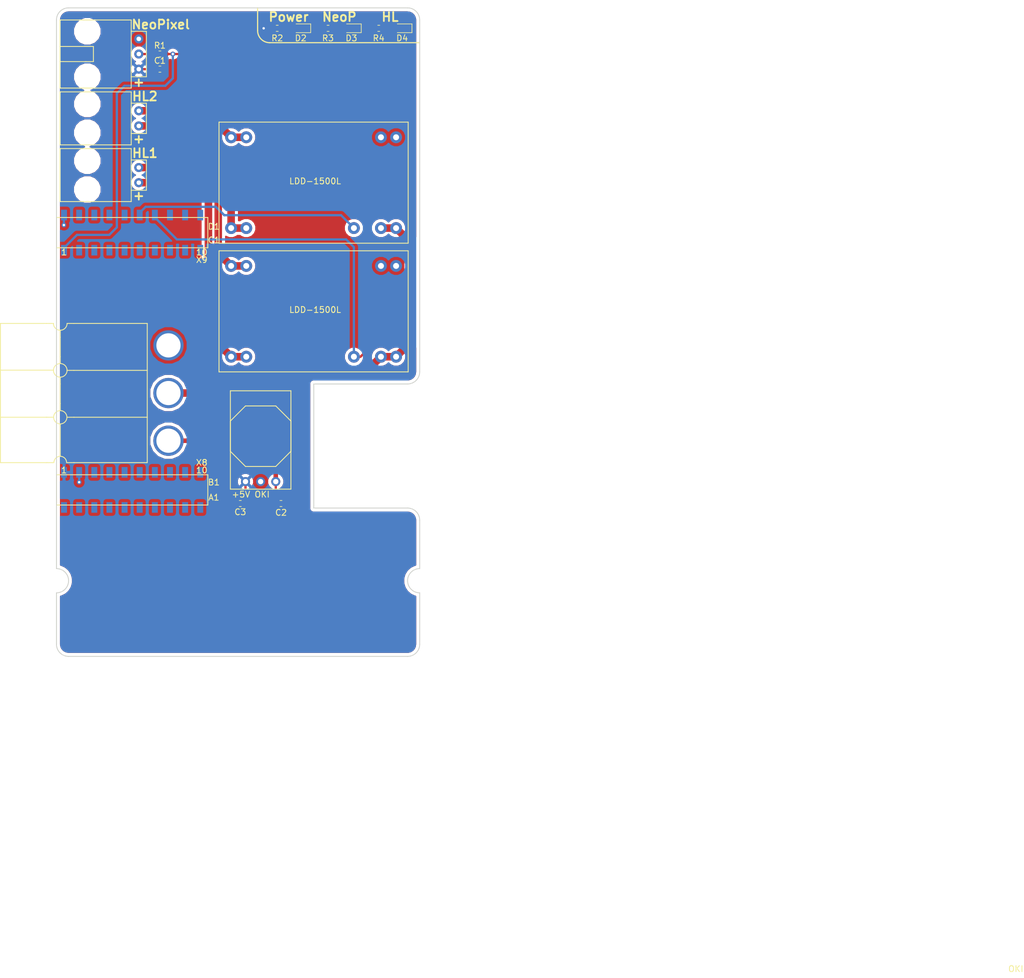
<source format=kicad_pcb>
(kicad_pcb (version 20171130) (host pcbnew "(5.0.0)")

  (general
    (thickness 1.6)
    (drawings 30)
    (tracks 81)
    (zones 0)
    (modules 19)
    (nets 50)
  )

  (page A4)
  (layers
    (0 F.Cu signal)
    (31 B.Cu signal)
    (32 B.Adhes user)
    (33 F.Adhes user)
    (34 B.Paste user)
    (35 F.Paste user)
    (36 B.SilkS user)
    (37 F.SilkS user)
    (38 B.Mask user)
    (39 F.Mask user)
    (40 Dwgs.User user)
    (41 Cmts.User user)
    (42 Eco1.User user)
    (43 Eco2.User user)
    (44 Edge.Cuts user)
    (45 Margin user)
    (46 B.CrtYd user)
    (47 F.CrtYd user)
    (48 B.Fab user)
    (49 F.Fab user)
  )

  (setup
    (last_trace_width 0.25)
    (user_trace_width 0.0381)
    (user_trace_width 0.03998)
    (user_trace_width 0.381)
    (user_trace_width 0.508)
    (user_trace_width 0.762)
    (user_trace_width 1.27)
    (trace_clearance 0.2)
    (zone_clearance 0.508)
    (zone_45_only no)
    (trace_min 0.0381)
    (segment_width 0.2)
    (edge_width 0.15)
    (via_size 0.8)
    (via_drill 0.4)
    (via_min_size 0.04)
    (via_min_drill 0.3)
    (uvia_size 0.3)
    (uvia_drill 0.1)
    (uvias_allowed no)
    (uvia_min_size 0.2)
    (uvia_min_drill 0.1)
    (pcb_text_width 0.3)
    (pcb_text_size 1.5 1.5)
    (mod_edge_width 0.15)
    (mod_text_size 1 1)
    (mod_text_width 0.15)
    (pad_size 5.08 5.08)
    (pad_drill 4.06)
    (pad_to_mask_clearance 0.051)
    (solder_mask_min_width 0.25)
    (aux_axis_origin 0 0)
    (visible_elements 7FFFFFFF)
    (pcbplotparams
      (layerselection 0x010fc_ffffffff)
      (usegerberextensions false)
      (usegerberattributes false)
      (usegerberadvancedattributes false)
      (creategerberjobfile false)
      (excludeedgelayer true)
      (linewidth 0.100000)
      (plotframeref false)
      (viasonmask false)
      (mode 1)
      (useauxorigin false)
      (hpglpennumber 1)
      (hpglpenspeed 20)
      (hpglpendiameter 15.000000)
      (psnegative false)
      (psa4output false)
      (plotreference true)
      (plotvalue true)
      (plotinvisibletext false)
      (padsonsilk false)
      (subtractmaskfromsilk false)
      (outputformat 1)
      (mirror false)
      (drillshape 1)
      (scaleselection 1)
      (outputdirectory ""))
  )

  (net 0 "")
  (net 1 +5V)
  (net 2 GND)
  (net 3 "Net-(C2-Pad1)")
  (net 4 +12VA)
  (net 5 /Headlight_V1+)
  (net 6 /Headlight_V1-)
  (net 7 /Headlight_V2-)
  (net 8 /Headlight_V2+)
  (net 9 "Net-(Conn4-Pad2)")
  (net 10 "Net-(D2-Pad2)")
  (net 11 "Net-(D3-Pad2)")
  (net 12 "Net-(D4-Pad2)")
  (net 13 Dout_NeoPixel)
  (net 14 Headlight_OnOff_PWM1)
  (net 15 Headlight_OnOff_PWM2)
  (net 16 "Net-(U3-PadPE0)")
  (net 17 "Net-(U3-PadPE1)")
  (net 18 "Net-(U3-PadPE2)")
  (net 19 "Net-(U3-PadPE3)")
  (net 20 "Net-(U3-PadPD7)")
  (net 21 "Net-(U3-PadPA6)")
  (net 22 "Net-(U3-PadPM4)")
  (net 23 "Net-(U3-PadPM5)")
  (net 24 "Net-(U3-Pad+3V3)")
  (net 25 "Net-(U3-PadPE4)")
  (net 26 "Net-(U3-PadPC4)")
  (net 27 "Net-(U3-PadPC5)")
  (net 28 "Net-(U3-PadPC6)")
  (net 29 "Net-(U3-PadPE5)")
  (net 30 "Net-(U3-PadPD3)")
  (net 31 "Net-(U3-PadPC7)")
  (net 32 "Net-(U3-PadPB2)")
  (net 33 "Net-(U3-PadPB3)")
  (net 34 "Net-(U3-PadPF2)")
  (net 35 "Net-(U3-PadPF3)")
  (net 36 "Net-(U3-PadPG0)")
  (net 37 "Net-(U3-PadPL4)")
  (net 38 "Net-(U3-PadPL5)")
  (net 39 "Net-(U3-PadPL0)")
  (net 40 "Net-(U3-PadPL1)")
  (net 41 "Net-(U3-PadPL2)")
  (net 42 "Net-(U3-PadPL3)")
  (net 43 "Net-(U3-PadPM3)")
  (net 44 "Net-(U3-PadPH2)")
  (net 45 "Net-(U3-PadPH3)")
  (net 46 "Net-(U3-PadRese)")
  (net 47 "Net-(U3-PadPN2)")
  (net 48 "Net-(U3-PadPN3)")
  (net 49 "Net-(U3-PadPP2)")

  (net_class Default "This is the default net class."
    (clearance 0.2)
    (trace_width 0.25)
    (via_dia 0.8)
    (via_drill 0.4)
    (uvia_dia 0.3)
    (uvia_drill 0.1)
    (add_net +12VA)
    (add_net +5V)
    (add_net /Headlight_V1+)
    (add_net /Headlight_V1-)
    (add_net /Headlight_V2+)
    (add_net /Headlight_V2-)
    (add_net Dout_NeoPixel)
    (add_net GND)
    (add_net Headlight_OnOff_PWM1)
    (add_net Headlight_OnOff_PWM2)
    (add_net "Net-(C2-Pad1)")
    (add_net "Net-(Conn4-Pad2)")
    (add_net "Net-(D2-Pad2)")
    (add_net "Net-(D3-Pad2)")
    (add_net "Net-(D4-Pad2)")
    (add_net "Net-(U3-Pad+3V3)")
    (add_net "Net-(U3-PadPA6)")
    (add_net "Net-(U3-PadPB2)")
    (add_net "Net-(U3-PadPB3)")
    (add_net "Net-(U3-PadPC4)")
    (add_net "Net-(U3-PadPC5)")
    (add_net "Net-(U3-PadPC6)")
    (add_net "Net-(U3-PadPC7)")
    (add_net "Net-(U3-PadPD3)")
    (add_net "Net-(U3-PadPD7)")
    (add_net "Net-(U3-PadPE0)")
    (add_net "Net-(U3-PadPE1)")
    (add_net "Net-(U3-PadPE2)")
    (add_net "Net-(U3-PadPE3)")
    (add_net "Net-(U3-PadPE4)")
    (add_net "Net-(U3-PadPE5)")
    (add_net "Net-(U3-PadPF2)")
    (add_net "Net-(U3-PadPF3)")
    (add_net "Net-(U3-PadPG0)")
    (add_net "Net-(U3-PadPH2)")
    (add_net "Net-(U3-PadPH3)")
    (add_net "Net-(U3-PadPL0)")
    (add_net "Net-(U3-PadPL1)")
    (add_net "Net-(U3-PadPL2)")
    (add_net "Net-(U3-PadPL3)")
    (add_net "Net-(U3-PadPL4)")
    (add_net "Net-(U3-PadPL5)")
    (add_net "Net-(U3-PadPM3)")
    (add_net "Net-(U3-PadPM4)")
    (add_net "Net-(U3-PadPM5)")
    (add_net "Net-(U3-PadPN2)")
    (add_net "Net-(U3-PadPN3)")
    (add_net "Net-(U3-PadPP2)")
    (add_net "Net-(U3-PadRese)")
  )

  (module "" (layer F.Cu) (tedit 0) (tstamp 0)
    (at 134.62 121.793)
    (fp_text reference "" (at 128.778 80.899) (layer F.SilkS)
      (effects (font (size 1.27 1.27) (thickness 0.15)))
    )
    (fp_text value "" (at 128.778 80.899) (layer F.SilkS)
      (effects (font (size 1.27 1.27) (thickness 0.15)))
    )
    (fp_text user OKI (at 127.889 79.629) (layer F.SilkS)
      (effects (font (size 1 1) (thickness 0.15)))
    )
  )

  (module MRDT_Devices:LDD-1500L_LED_DRIVER (layer F.Cu) (tedit 5C15BFA1) (tstamp 5C2E753D)
    (at 128.778 80.899 270)
    (path /5BCFF8F0)
    (fp_text reference U1 (at 12.065 -16.51) (layer F.Fab) hide
      (effects (font (size 1 1) (thickness 0.15)))
    )
    (fp_text value LDD-1500L (at 9.906 -16.129) (layer F.SilkS)
      (effects (font (size 1 1) (thickness 0.15)))
    )
    (fp_line (start 0 -31.75) (end 20.32 -31.75) (layer F.SilkS) (width 0.15))
    (fp_line (start 20.32 0) (end 20.32 -31.75) (layer F.SilkS) (width 0.15))
    (fp_line (start 0 0) (end 0 -31.75) (layer F.SilkS) (width 0.15))
    (fp_line (start 0 0) (end 20.32 0) (layer F.SilkS) (width 0.15))
    (pad 12 thru_hole circle (at 2.54 -2.032 270) (size 2 2) (drill 1) (layers *.Cu *.Mask)
      (net 6 /Headlight_V1-))
    (pad 11 thru_hole circle (at 2.54 -4.572 270) (size 2 2) (drill 1) (layers *.Cu *.Mask)
      (net 6 /Headlight_V1-))
    (pad 13 thru_hole circle (at 17.78 -2.032 270) (size 2 2) (drill 1) (layers *.Cu *.Mask)
      (net 5 /Headlight_V1+))
    (pad 14 thru_hole circle (at 17.78 -4.572 270) (size 2 2) (drill 1) (layers *.Cu *.Mask)
      (net 5 /Headlight_V1+))
    (pad 21 thru_hole circle (at 17.78 -22.638 270) (size 2 2) (drill 1) (layers *.Cu *.Mask)
      (net 14 Headlight_OnOff_PWM1))
    (pad 24 thru_hole circle (at 17.78 -29.718 270) (size 2 2) (drill 1) (layers *.Cu *.Mask)
      (net 4 +12VA))
    (pad 1 thru_hole circle (at 2.54 -29.718 270) (size 2 2) (drill 1) (layers *.Cu *.Mask)
      (net 2 GND))
    (pad 23 thru_hole circle (at 17.78 -27.178 270) (size 2 2) (drill 1) (layers *.Cu *.Mask)
      (net 4 +12VA))
    (pad 2 thru_hole circle (at 2.54 -27.178 270) (size 2 2) (drill 1) (layers *.Cu *.Mask)
      (net 2 GND))
  )

  (module Capacitor_SMD:C_0603_1608Metric_Pad1.05x0.95mm_HandSolder (layer F.Cu) (tedit 5B301BBE) (tstamp 5C2E8E85)
    (at 118.858 50.419)
    (descr "Capacitor SMD 0603 (1608 Metric), square (rectangular) end terminal, IPC_7351 nominal with elongated pad for handsoldering. (Body size source: http://www.tortai-tech.com/upload/download/2011102023233369053.pdf), generated with kicad-footprint-generator")
    (tags "capacitor handsolder")
    (path /5BCFDA75)
    (attr smd)
    (fp_text reference C1 (at 0 -1.43) (layer F.SilkS)
      (effects (font (size 1 1) (thickness 0.15)))
    )
    (fp_text value 10uF (at 0 1.43) (layer F.Fab)
      (effects (font (size 1 1) (thickness 0.15)))
    )
    (fp_line (start -0.8 0.4) (end -0.8 -0.4) (layer F.Fab) (width 0.1))
    (fp_line (start -0.8 -0.4) (end 0.8 -0.4) (layer F.Fab) (width 0.1))
    (fp_line (start 0.8 -0.4) (end 0.8 0.4) (layer F.Fab) (width 0.1))
    (fp_line (start 0.8 0.4) (end -0.8 0.4) (layer F.Fab) (width 0.1))
    (fp_line (start -0.171267 -0.51) (end 0.171267 -0.51) (layer F.SilkS) (width 0.12))
    (fp_line (start -0.171267 0.51) (end 0.171267 0.51) (layer F.SilkS) (width 0.12))
    (fp_line (start -1.65 0.73) (end -1.65 -0.73) (layer F.CrtYd) (width 0.05))
    (fp_line (start -1.65 -0.73) (end 1.65 -0.73) (layer F.CrtYd) (width 0.05))
    (fp_line (start 1.65 -0.73) (end 1.65 0.73) (layer F.CrtYd) (width 0.05))
    (fp_line (start 1.65 0.73) (end -1.65 0.73) (layer F.CrtYd) (width 0.05))
    (fp_text user %R (at 0 0) (layer F.Fab)
      (effects (font (size 0.4 0.4) (thickness 0.06)))
    )
    (pad 1 smd roundrect (at -0.875 0) (size 1.05 0.95) (layers F.Cu F.Paste F.Mask) (roundrect_rratio 0.25)
      (net 1 +5V))
    (pad 2 smd roundrect (at 0.875 0) (size 1.05 0.95) (layers F.Cu F.Paste F.Mask) (roundrect_rratio 0.25)
      (net 2 GND))
    (model ${KISYS3DMOD}/Capacitor_SMD.3dshapes/C_0603_1608Metric.wrl
      (at (xyz 0 0 0))
      (scale (xyz 1 1 1))
      (rotate (xyz 0 0 0))
    )
  )

  (module Capacitor_SMD:C_0603_1608Metric_Pad1.05x0.95mm_HandSolder (layer F.Cu) (tedit 5B301BBE) (tstamp 5C2E2A7C)
    (at 139.178 123.317)
    (descr "Capacitor SMD 0603 (1608 Metric), square (rectangular) end terminal, IPC_7351 nominal with elongated pad for handsoldering. (Body size source: http://www.tortai-tech.com/upload/download/2011102023233369053.pdf), generated with kicad-footprint-generator")
    (tags "capacitor handsolder")
    (path /5C1679DF)
    (attr smd)
    (fp_text reference C2 (at 0.014 1.524) (layer F.SilkS)
      (effects (font (size 1 1) (thickness 0.15)))
    )
    (fp_text value 10uF (at 0 1.43) (layer F.Fab)
      (effects (font (size 1 1) (thickness 0.15)))
    )
    (fp_line (start -0.8 0.4) (end -0.8 -0.4) (layer F.Fab) (width 0.1))
    (fp_line (start -0.8 -0.4) (end 0.8 -0.4) (layer F.Fab) (width 0.1))
    (fp_line (start 0.8 -0.4) (end 0.8 0.4) (layer F.Fab) (width 0.1))
    (fp_line (start 0.8 0.4) (end -0.8 0.4) (layer F.Fab) (width 0.1))
    (fp_line (start -0.171267 -0.51) (end 0.171267 -0.51) (layer F.SilkS) (width 0.12))
    (fp_line (start -0.171267 0.51) (end 0.171267 0.51) (layer F.SilkS) (width 0.12))
    (fp_line (start -1.65 0.73) (end -1.65 -0.73) (layer F.CrtYd) (width 0.05))
    (fp_line (start -1.65 -0.73) (end 1.65 -0.73) (layer F.CrtYd) (width 0.05))
    (fp_line (start 1.65 -0.73) (end 1.65 0.73) (layer F.CrtYd) (width 0.05))
    (fp_line (start 1.65 0.73) (end -1.65 0.73) (layer F.CrtYd) (width 0.05))
    (fp_text user %R (at 0 0) (layer F.Fab)
      (effects (font (size 0.4 0.4) (thickness 0.06)))
    )
    (pad 1 smd roundrect (at -0.875 0) (size 1.05 0.95) (layers F.Cu F.Paste F.Mask) (roundrect_rratio 0.25)
      (net 3 "Net-(C2-Pad1)"))
    (pad 2 smd roundrect (at 0.875 0) (size 1.05 0.95) (layers F.Cu F.Paste F.Mask) (roundrect_rratio 0.25)
      (net 2 GND))
    (model ${KISYS3DMOD}/Capacitor_SMD.3dshapes/C_0603_1608Metric.wrl
      (at (xyz 0 0 0))
      (scale (xyz 1 1 1))
      (rotate (xyz 0 0 0))
    )
  )

  (module Capacitor_SMD:C_0603_1608Metric_Pad1.05x0.95mm_HandSolder (layer F.Cu) (tedit 5B301BBE) (tstamp 5C2E2A8D)
    (at 132.348 123.317 180)
    (descr "Capacitor SMD 0603 (1608 Metric), square (rectangular) end terminal, IPC_7351 nominal with elongated pad for handsoldering. (Body size source: http://www.tortai-tech.com/upload/download/2011102023233369053.pdf), generated with kicad-footprint-generator")
    (tags "capacitor handsolder")
    (path /5C167967)
    (attr smd)
    (fp_text reference C3 (at 0 -1.43 180) (layer F.SilkS)
      (effects (font (size 1 1) (thickness 0.15)))
    )
    (fp_text value 10uF (at 0 1.43 180) (layer F.Fab)
      (effects (font (size 1 1) (thickness 0.15)))
    )
    (fp_text user %R (at 0 0 180) (layer F.Fab)
      (effects (font (size 0.4 0.4) (thickness 0.06)))
    )
    (fp_line (start 1.65 0.73) (end -1.65 0.73) (layer F.CrtYd) (width 0.05))
    (fp_line (start 1.65 -0.73) (end 1.65 0.73) (layer F.CrtYd) (width 0.05))
    (fp_line (start -1.65 -0.73) (end 1.65 -0.73) (layer F.CrtYd) (width 0.05))
    (fp_line (start -1.65 0.73) (end -1.65 -0.73) (layer F.CrtYd) (width 0.05))
    (fp_line (start -0.171267 0.51) (end 0.171267 0.51) (layer F.SilkS) (width 0.12))
    (fp_line (start -0.171267 -0.51) (end 0.171267 -0.51) (layer F.SilkS) (width 0.12))
    (fp_line (start 0.8 0.4) (end -0.8 0.4) (layer F.Fab) (width 0.1))
    (fp_line (start 0.8 -0.4) (end 0.8 0.4) (layer F.Fab) (width 0.1))
    (fp_line (start -0.8 -0.4) (end 0.8 -0.4) (layer F.Fab) (width 0.1))
    (fp_line (start -0.8 0.4) (end -0.8 -0.4) (layer F.Fab) (width 0.1))
    (pad 2 smd roundrect (at 0.875 0 180) (size 1.05 0.95) (layers F.Cu F.Paste F.Mask) (roundrect_rratio 0.25)
      (net 2 GND))
    (pad 1 smd roundrect (at -0.875 0 180) (size 1.05 0.95) (layers F.Cu F.Paste F.Mask) (roundrect_rratio 0.25)
      (net 1 +5V))
    (model ${KISYS3DMOD}/Capacitor_SMD.3dshapes/C_0603_1608Metric.wrl
      (at (xyz 0 0 0))
      (scale (xyz 1 1 1))
      (rotate (xyz 0 0 0))
    )
  )

  (module MRDT_Connectors:Anderson_3_Horisontal_Side_by_Side (layer F.Cu) (tedit 5C17C59B) (tstamp 5C2E2AB2)
    (at 116.713 116.459)
    (path /5BCFE2EB)
    (fp_text reference Conn1 (at -1.8796 -6.858) (layer F.SilkS) hide
      (effects (font (size 1 1) (thickness 0.15)))
    )
    (fp_text value AndersonPP (at -12.8651 -24.384) (layer F.Fab)
      (effects (font (size 1 1) (thickness 0.15)))
    )
    (fp_line (start -14.5796 -6.4516) (end -14.5796 -1.0668) (layer F.SilkS) (width 0.15))
    (fp_arc (start -14.5796 0) (end -14.5796 -1.0668) (angle 90) (layer F.SilkS) (width 0.15))
    (fp_arc (start -14.5796 0) (end -15.6464 0) (angle 90) (layer F.SilkS) (width 0.15))
    (fp_line (start -13.462 0) (end -12.2428 0) (layer F.SilkS) (width 0.15))
    (fp_line (start -15.6972 0) (end -16.8656 0) (layer F.SilkS) (width 0.15))
    (fp_circle (center -14.5796 -7.62) (end -13.462 -7.62) (layer F.SilkS) (width 0.15))
    (fp_line (start -16.8656 0) (end -24.6126 0) (layer F.SilkS) (width 0.15))
    (fp_line (start -12.2936 0) (end 0 0) (layer F.SilkS) (width 0.15))
    (fp_line (start -15.7226 -23.368) (end -16.9418 -23.368) (layer F.SilkS) (width 0.15))
    (fp_arc (start -14.5796 -23.368) (end -13.4366 -23.368) (angle 90) (layer F.SilkS) (width 0.15))
    (fp_arc (start -14.5796 -23.368) (end -14.5796 -22.225) (angle 90) (layer F.SilkS) (width 0.15))
    (fp_line (start -12.2682 -7.62) (end -13.462 -7.62) (layer F.SilkS) (width 0.15))
    (fp_line (start -14.5796 -9.9314) (end -14.5796 -8.763) (layer F.SilkS) (width 0.15))
    (fp_line (start -16.891 -7.62) (end -15.7226 -7.62) (layer F.SilkS) (width 0.15))
    (fp_line (start -12.319 -23.368) (end -13.4112 -23.368) (layer F.SilkS) (width 0.15))
    (fp_line (start -14.5796 -22.225) (end -14.5796 -21.0566) (layer F.SilkS) (width 0.15))
    (fp_line (start -14.5796 -13.208) (end -14.5796 -14.351) (layer F.SilkS) (width 0.15))
    (fp_line (start -24.6126 -15.5194) (end -15.7226 -15.5194) (layer F.SilkS) (width 0.15))
    (fp_line (start -14.5796 -17.78) (end -14.5796 -16.637) (layer F.SilkS) (width 0.15))
    (fp_line (start -12.2936 -15.494) (end -13.4366 -15.494) (layer F.SilkS) (width 0.15))
    (fp_line (start -14.5796 -13.208) (end -14.5796 -9.906) (layer F.SilkS) (width 0.15))
    (fp_line (start -12.2936 -15.494) (end 0.0254 -15.494) (layer F.SilkS) (width 0.15))
    (fp_line (start -14.5796 -17.78) (end -14.5796 -21.0566) (layer F.SilkS) (width 0.15))
    (fp_circle (center -14.5796 -15.494) (end -14.5796 -14.351) (layer F.SilkS) (width 0.15))
    (fp_line (start -12.2936 -7.62) (end 0.0254 -7.62) (layer F.SilkS) (width 0.15))
    (fp_line (start -16.8656 -7.62) (end -24.6126 -7.62) (layer F.SilkS) (width 0.15))
    (fp_line (start -24.6126 -23.368) (end -16.8656 -23.368) (layer F.SilkS) (width 0.15))
    (fp_line (start -12.2936 -23.368) (end 0.0254 -23.368) (layer F.SilkS) (width 0.15))
    (fp_line (start -24.6166 0.002) (end -24.6166 -23.37) (layer F.SilkS) (width 0.15))
    (fp_line (start 0.0214 0.002) (end 0.0214 -23.37) (layer F.SilkS) (width 0.15))
    (pad 3 thru_hole circle (at 3.5814 -3.684) (size 5.08 5.08) (drill 4.06) (layers *.Cu *.Mask F.Paste)
      (net 3 "Net-(C2-Pad1)"))
    (pad 2 thru_hole circle (at 3.5814 -11.683) (size 5.08 5.08) (drill 4.06) (layers *.Cu *.Mask F.Paste)
      (net 4 +12VA))
    (pad 1 thru_hole circle (at 3.5814 -19.684) (size 5.08 5.08) (drill 4.06) (layers *.Cu *.Mask F.Paste)
      (net 2 GND))
  )

  (module MRDT_Connectors:MOLEX_SL_02_Horizontal (layer F.Cu) (tedit 5AB8003E) (tstamp 5C2E692B)
    (at 115.316 68.199 90)
    (path /5BD0353C)
    (fp_text reference Conn2 (at 0 2.54 90) (layer F.SilkS) hide
      (effects (font (size 1 1) (thickness 0.15)))
    )
    (fp_text value Molex_SL_02 (at 1.27 2.286 90) (layer F.Fab)
      (effects (font (size 1 1) (thickness 0.15)))
    )
    (fp_line (start -4.445 -1.27) (end 4.445 -1.27) (layer F.SilkS) (width 0.15))
    (fp_line (start 4.445 -1.27) (end 4.445 -13.208) (layer F.SilkS) (width 0.15))
    (fp_line (start 2.54 1.27) (end -2.54 1.27) (layer F.SilkS) (width 0.15))
    (fp_line (start -4.445 -13.208) (end 4.445 -13.208) (layer F.SilkS) (width 0.15))
    (fp_line (start -4.445 -1.27) (end -4.445 -13.208) (layer F.SilkS) (width 0.15))
    (fp_line (start 2.54 -1.27) (end 2.54 1.27) (layer F.SilkS) (width 0.15))
    (fp_line (start -2.54 1.27) (end -2.54 -1.27) (layer F.SilkS) (width 0.15))
    (pad "" np_thru_hole circle (at -2.415 -8.64 90) (size 3.45 3.45) (drill 3.45) (layers *.Cu *.Mask))
    (pad 1 thru_hole circle (at -1.27 0 90) (size 1.524 1.524) (drill 0.762) (layers *.Cu *.Mask)
      (net 5 /Headlight_V1+))
    (pad 2 thru_hole circle (at 1.27 0 90) (size 1.524 1.524) (drill 0.762) (layers *.Cu *.Mask)
      (net 6 /Headlight_V1-))
    (pad "" np_thru_hole circle (at 2.413 -8.636 90) (size 3.45 3.45) (drill 3.45) (layers *.Cu *.Mask))
  )

  (module MRDT_Connectors:MOLEX_SL_02_Horizontal (layer F.Cu) (tedit 5AB8003E) (tstamp 5C2E68C8)
    (at 115.316 58.674 90)
    (path /5BD053FB)
    (fp_text reference Conn3 (at 0 2.54 90) (layer F.SilkS) hide
      (effects (font (size 1 1) (thickness 0.15)))
    )
    (fp_text value Molex_SL_02 (at 1.27 2.286 90) (layer F.Fab)
      (effects (font (size 1 1) (thickness 0.15)))
    )
    (fp_line (start -2.54 1.27) (end -2.54 -1.27) (layer F.SilkS) (width 0.15))
    (fp_line (start 2.54 -1.27) (end 2.54 1.27) (layer F.SilkS) (width 0.15))
    (fp_line (start -4.445 -1.27) (end -4.445 -13.208) (layer F.SilkS) (width 0.15))
    (fp_line (start -4.445 -13.208) (end 4.445 -13.208) (layer F.SilkS) (width 0.15))
    (fp_line (start 2.54 1.27) (end -2.54 1.27) (layer F.SilkS) (width 0.15))
    (fp_line (start 4.445 -1.27) (end 4.445 -13.208) (layer F.SilkS) (width 0.15))
    (fp_line (start -4.445 -1.27) (end 4.445 -1.27) (layer F.SilkS) (width 0.15))
    (pad "" np_thru_hole circle (at 2.413 -8.636 90) (size 3.45 3.45) (drill 3.45) (layers *.Cu *.Mask))
    (pad 2 thru_hole circle (at 1.27 0 90) (size 1.524 1.524) (drill 0.762) (layers *.Cu *.Mask)
      (net 7 /Headlight_V2-))
    (pad 1 thru_hole circle (at -1.27 0 90) (size 1.524 1.524) (drill 0.762) (layers *.Cu *.Mask)
      (net 8 /Headlight_V2+))
    (pad "" np_thru_hole circle (at -2.415 -8.64 90) (size 3.45 3.45) (drill 3.45) (layers *.Cu *.Mask))
  )

  (module MRDT_Connectors:MOLEX_SL_03_Horizontal (layer F.Cu) (tedit 5B784736) (tstamp 5C2E6890)
    (at 115.316 47.879 90)
    (path /5C05D1B6)
    (fp_text reference Conn4 (at -1.27 2.54 90) (layer F.SilkS) hide
      (effects (font (size 1 1) (thickness 0.15)))
    )
    (fp_text value Molex_SL_03 (at 0.635 2.032 90) (layer F.Fab)
      (effects (font (size 1 1) (thickness 0.15)))
    )
    (fp_line (start 1.27 -7.62) (end -1.27 -7.62) (layer F.SilkS) (width 0.15))
    (fp_line (start 5.715 -13.208) (end -5.715 -13.208) (layer F.SilkS) (width 0.15))
    (fp_line (start 5.715 -1.27) (end -3.81 -1.27) (layer F.SilkS) (width 0.15))
    (fp_line (start 3.81 1.27) (end -3.81 1.27) (layer F.SilkS) (width 0.15))
    (fp_line (start 1.27 -13.208) (end 1.27 -7.62) (layer F.SilkS) (width 0.15))
    (fp_line (start 5.715 -1.27) (end 5.715 -13.208) (layer F.SilkS) (width 0.15))
    (fp_line (start -1.27 -13.208) (end -1.27 -12.7) (layer F.SilkS) (width 0.15))
    (fp_line (start -5.715 -1.27) (end -5.715 -13.208) (layer F.SilkS) (width 0.15))
    (fp_line (start -3.81 -1.27) (end -5.715 -1.27) (layer F.SilkS) (width 0.15))
    (fp_line (start -1.27 -8.89) (end -1.27 -7.62) (layer F.SilkS) (width 0.15))
    (fp_line (start -1.27 -8.89) (end -1.27 -12.7) (layer F.SilkS) (width 0.15))
    (fp_line (start 3.81 -1.27) (end 3.81 1.27) (layer F.SilkS) (width 0.15))
    (fp_line (start -3.81 1.27) (end -3.81 -1.27) (layer F.SilkS) (width 0.15))
    (pad 1 thru_hole circle (at -2.54 0 90) (size 1.524 1.524) (drill 0.762) (layers *.Cu *.Mask)
      (net 1 +5V))
    (pad 2 thru_hole circle (at 0 0 90) (size 1.524 1.524) (drill 0.762) (layers *.Cu *.Mask)
      (net 9 "Net-(Conn4-Pad2)"))
    (pad 3 thru_hole circle (at 2.54 0 90) (size 1.524 1.524) (drill 0.762) (layers *.Cu *.Mask)
      (net 2 GND))
    (pad "" np_thru_hole circle (at -3.81 -8.636 90) (size 3.45 3.45) (drill 3.45) (layers *.Cu *.Mask))
    (pad "" np_thru_hole circle (at 3.81 -8.636 90) (size 3.45 3.45) (drill 3.45) (layers *.Cu *.Mask))
  )

  (module LED_SMD:LED_0603_1608Metric_Pad1.05x0.95mm_HandSolder (layer F.Cu) (tedit 5B4B45C9) (tstamp 5C2E7205)
    (at 142.508 43.561 180)
    (descr "LED SMD 0603 (1608 Metric), square (rectangular) end terminal, IPC_7351 nominal, (Body size source: http://www.tortai-tech.com/upload/download/2011102023233369053.pdf), generated with kicad-footprint-generator")
    (tags "LED handsolder")
    (path /5C07F18A)
    (attr smd)
    (fp_text reference D2 (at 0.014 -1.651 180) (layer F.SilkS)
      (effects (font (size 1 1) (thickness 0.15)))
    )
    (fp_text value G_LED (at -0.141 -1.397) (layer F.Fab)
      (effects (font (size 1 1) (thickness 0.15)))
    )
    (fp_line (start 0.8 -0.4) (end -0.5 -0.4) (layer F.Fab) (width 0.1))
    (fp_line (start -0.5 -0.4) (end -0.8 -0.1) (layer F.Fab) (width 0.1))
    (fp_line (start -0.8 -0.1) (end -0.8 0.4) (layer F.Fab) (width 0.1))
    (fp_line (start -0.8 0.4) (end 0.8 0.4) (layer F.Fab) (width 0.1))
    (fp_line (start 0.8 0.4) (end 0.8 -0.4) (layer F.Fab) (width 0.1))
    (fp_line (start 0.8 -0.735) (end -1.66 -0.735) (layer F.SilkS) (width 0.12))
    (fp_line (start -1.66 -0.735) (end -1.66 0.735) (layer F.SilkS) (width 0.12))
    (fp_line (start -1.66 0.735) (end 0.8 0.735) (layer F.SilkS) (width 0.12))
    (fp_line (start -1.65 0.73) (end -1.65 -0.73) (layer F.CrtYd) (width 0.05))
    (fp_line (start -1.65 -0.73) (end 1.65 -0.73) (layer F.CrtYd) (width 0.05))
    (fp_line (start 1.65 -0.73) (end 1.65 0.73) (layer F.CrtYd) (width 0.05))
    (fp_line (start 1.65 0.73) (end -1.65 0.73) (layer F.CrtYd) (width 0.05))
    (fp_text user %R (at 0 0 180) (layer F.Fab)
      (effects (font (size 0.4 0.4) (thickness 0.06)))
    )
    (pad 1 smd roundrect (at -0.875 0 180) (size 1.05 0.95) (layers F.Cu F.Paste F.Mask) (roundrect_rratio 0.25)
      (net 2 GND))
    (pad 2 smd roundrect (at 0.875 0 180) (size 1.05 0.95) (layers F.Cu F.Paste F.Mask) (roundrect_rratio 0.25)
      (net 10 "Net-(D2-Pad2)"))
    (model ${KISYS3DMOD}/LED_SMD.3dshapes/LED_0603_1608Metric.wrl
      (at (xyz 0 0 0))
      (scale (xyz 1 1 1))
      (rotate (xyz 0 0 0))
    )
  )

  (module LED_SMD:LED_0603_1608Metric_Pad1.05x0.95mm_HandSolder (layer F.Cu) (tedit 5B4B45C9) (tstamp 5C2E72A1)
    (at 150.989 43.561 180)
    (descr "LED SMD 0603 (1608 Metric), square (rectangular) end terminal, IPC_7351 nominal, (Body size source: http://www.tortai-tech.com/upload/download/2011102023233369053.pdf), generated with kicad-footprint-generator")
    (tags "LED handsolder")
    (path /5C07F262)
    (attr smd)
    (fp_text reference D3 (at -0.014 -1.651 180) (layer F.SilkS)
      (effects (font (size 1 1) (thickness 0.15)))
    )
    (fp_text value Org_LED (at 0.762 -1.397 180) (layer F.Fab)
      (effects (font (size 1 1) (thickness 0.15)))
    )
    (fp_text user %R (at 0 0 180) (layer F.Fab)
      (effects (font (size 0.4 0.4) (thickness 0.06)))
    )
    (fp_line (start 1.65 0.73) (end -1.65 0.73) (layer F.CrtYd) (width 0.05))
    (fp_line (start 1.65 -0.73) (end 1.65 0.73) (layer F.CrtYd) (width 0.05))
    (fp_line (start -1.65 -0.73) (end 1.65 -0.73) (layer F.CrtYd) (width 0.05))
    (fp_line (start -1.65 0.73) (end -1.65 -0.73) (layer F.CrtYd) (width 0.05))
    (fp_line (start -1.66 0.735) (end 0.8 0.735) (layer F.SilkS) (width 0.12))
    (fp_line (start -1.66 -0.735) (end -1.66 0.735) (layer F.SilkS) (width 0.12))
    (fp_line (start 0.8 -0.735) (end -1.66 -0.735) (layer F.SilkS) (width 0.12))
    (fp_line (start 0.8 0.4) (end 0.8 -0.4) (layer F.Fab) (width 0.1))
    (fp_line (start -0.8 0.4) (end 0.8 0.4) (layer F.Fab) (width 0.1))
    (fp_line (start -0.8 -0.1) (end -0.8 0.4) (layer F.Fab) (width 0.1))
    (fp_line (start -0.5 -0.4) (end -0.8 -0.1) (layer F.Fab) (width 0.1))
    (fp_line (start 0.8 -0.4) (end -0.5 -0.4) (layer F.Fab) (width 0.1))
    (pad 2 smd roundrect (at 0.875 0 180) (size 1.05 0.95) (layers F.Cu F.Paste F.Mask) (roundrect_rratio 0.25)
      (net 11 "Net-(D3-Pad2)"))
    (pad 1 smd roundrect (at -0.875 0 180) (size 1.05 0.95) (layers F.Cu F.Paste F.Mask) (roundrect_rratio 0.25)
      (net 2 GND))
    (model ${KISYS3DMOD}/LED_SMD.3dshapes/LED_0603_1608Metric.wrl
      (at (xyz 0 0 0))
      (scale (xyz 1 1 1))
      (rotate (xyz 0 0 0))
    )
  )

  (module LED_SMD:LED_0603_1608Metric_Pad1.05x0.95mm_HandSolder (layer F.Cu) (tedit 5B4B45C9) (tstamp 5C2E8182)
    (at 159.498 43.561 180)
    (descr "LED SMD 0603 (1608 Metric), square (rectangular) end terminal, IPC_7351 nominal, (Body size source: http://www.tortai-tech.com/upload/download/2011102023233369053.pdf), generated with kicad-footprint-generator")
    (tags "LED handsolder")
    (path /5C07F2D6)
    (attr smd)
    (fp_text reference D4 (at -0.014 -1.651 180) (layer F.SilkS)
      (effects (font (size 1 1) (thickness 0.15)))
    )
    (fp_text value Org_LED (at 0.522 -1.397 180) (layer F.Fab)
      (effects (font (size 1 1) (thickness 0.15)))
    )
    (fp_line (start 0.8 -0.4) (end -0.5 -0.4) (layer F.Fab) (width 0.1))
    (fp_line (start -0.5 -0.4) (end -0.8 -0.1) (layer F.Fab) (width 0.1))
    (fp_line (start -0.8 -0.1) (end -0.8 0.4) (layer F.Fab) (width 0.1))
    (fp_line (start -0.8 0.4) (end 0.8 0.4) (layer F.Fab) (width 0.1))
    (fp_line (start 0.8 0.4) (end 0.8 -0.4) (layer F.Fab) (width 0.1))
    (fp_line (start 0.8 -0.735) (end -1.66 -0.735) (layer F.SilkS) (width 0.12))
    (fp_line (start -1.66 -0.735) (end -1.66 0.735) (layer F.SilkS) (width 0.12))
    (fp_line (start -1.66 0.735) (end 0.8 0.735) (layer F.SilkS) (width 0.12))
    (fp_line (start -1.65 0.73) (end -1.65 -0.73) (layer F.CrtYd) (width 0.05))
    (fp_line (start -1.65 -0.73) (end 1.65 -0.73) (layer F.CrtYd) (width 0.05))
    (fp_line (start 1.65 -0.73) (end 1.65 0.73) (layer F.CrtYd) (width 0.05))
    (fp_line (start 1.65 0.73) (end -1.65 0.73) (layer F.CrtYd) (width 0.05))
    (fp_text user %R (at 0 0 180) (layer F.Fab)
      (effects (font (size 0.4 0.4) (thickness 0.06)))
    )
    (pad 1 smd roundrect (at -0.875 0 180) (size 1.05 0.95) (layers F.Cu F.Paste F.Mask) (roundrect_rratio 0.25)
      (net 2 GND))
    (pad 2 smd roundrect (at 0.875 0 180) (size 1.05 0.95) (layers F.Cu F.Paste F.Mask) (roundrect_rratio 0.25)
      (net 12 "Net-(D4-Pad2)"))
    (model ${KISYS3DMOD}/LED_SMD.3dshapes/LED_0603_1608Metric.wrl
      (at (xyz 0 0 0))
      (scale (xyz 1 1 1))
      (rotate (xyz 0 0 0))
    )
  )

  (module Resistor_SMD:R_0603_1608Metric_Pad1.05x0.95mm_HandSolder (layer F.Cu) (tedit 5B301BBD) (tstamp 5C2E2B30)
    (at 118.858 47.879)
    (descr "Resistor SMD 0603 (1608 Metric), square (rectangular) end terminal, IPC_7351 nominal with elongated pad for handsoldering. (Body size source: http://www.tortai-tech.com/upload/download/2011102023233369053.pdf), generated with kicad-footprint-generator")
    (tags "resistor handsolder")
    (path /5BD09437)
    (attr smd)
    (fp_text reference R1 (at 0 -1.43) (layer F.SilkS)
      (effects (font (size 1 1) (thickness 0.15)))
    )
    (fp_text value 470 (at 0 1.43) (layer F.Fab)
      (effects (font (size 1 1) (thickness 0.15)))
    )
    (fp_line (start -0.8 0.4) (end -0.8 -0.4) (layer F.Fab) (width 0.1))
    (fp_line (start -0.8 -0.4) (end 0.8 -0.4) (layer F.Fab) (width 0.1))
    (fp_line (start 0.8 -0.4) (end 0.8 0.4) (layer F.Fab) (width 0.1))
    (fp_line (start 0.8 0.4) (end -0.8 0.4) (layer F.Fab) (width 0.1))
    (fp_line (start -0.171267 -0.51) (end 0.171267 -0.51) (layer F.SilkS) (width 0.12))
    (fp_line (start -0.171267 0.51) (end 0.171267 0.51) (layer F.SilkS) (width 0.12))
    (fp_line (start -1.65 0.73) (end -1.65 -0.73) (layer F.CrtYd) (width 0.05))
    (fp_line (start -1.65 -0.73) (end 1.65 -0.73) (layer F.CrtYd) (width 0.05))
    (fp_line (start 1.65 -0.73) (end 1.65 0.73) (layer F.CrtYd) (width 0.05))
    (fp_line (start 1.65 0.73) (end -1.65 0.73) (layer F.CrtYd) (width 0.05))
    (fp_text user %R (at 0 0) (layer F.Fab)
      (effects (font (size 0.4 0.4) (thickness 0.06)))
    )
    (pad 1 smd roundrect (at -0.875 0) (size 1.05 0.95) (layers F.Cu F.Paste F.Mask) (roundrect_rratio 0.25)
      (net 9 "Net-(Conn4-Pad2)"))
    (pad 2 smd roundrect (at 0.875 0) (size 1.05 0.95) (layers F.Cu F.Paste F.Mask) (roundrect_rratio 0.25)
      (net 13 Dout_NeoPixel))
    (model ${KISYS3DMOD}/Resistor_SMD.3dshapes/R_0603_1608Metric.wrl
      (at (xyz 0 0 0))
      (scale (xyz 1 1 1))
      (rotate (xyz 0 0 0))
    )
  )

  (module Resistor_SMD:R_0603_1608Metric_Pad1.05x0.95mm_HandSolder (layer F.Cu) (tedit 5B301BBD) (tstamp 5C2E8216)
    (at 138.543 43.561)
    (descr "Resistor SMD 0603 (1608 Metric), square (rectangular) end terminal, IPC_7351 nominal with elongated pad for handsoldering. (Body size source: http://www.tortai-tech.com/upload/download/2011102023233369053.pdf), generated with kicad-footprint-generator")
    (tags "resistor handsolder")
    (path /5C07EDC4)
    (attr smd)
    (fp_text reference R2 (at 0.014 1.651) (layer F.SilkS)
      (effects (font (size 1 1) (thickness 0.15)))
    )
    (fp_text value 500 (at 0 1.27) (layer F.Fab)
      (effects (font (size 1 1) (thickness 0.15)))
    )
    (fp_text user %R (at 0 0) (layer F.Fab)
      (effects (font (size 0.4 0.4) (thickness 0.06)))
    )
    (fp_line (start 1.65 0.73) (end -1.65 0.73) (layer F.CrtYd) (width 0.05))
    (fp_line (start 1.65 -0.73) (end 1.65 0.73) (layer F.CrtYd) (width 0.05))
    (fp_line (start -1.65 -0.73) (end 1.65 -0.73) (layer F.CrtYd) (width 0.05))
    (fp_line (start -1.65 0.73) (end -1.65 -0.73) (layer F.CrtYd) (width 0.05))
    (fp_line (start -0.171267 0.51) (end 0.171267 0.51) (layer F.SilkS) (width 0.12))
    (fp_line (start -0.171267 -0.51) (end 0.171267 -0.51) (layer F.SilkS) (width 0.12))
    (fp_line (start 0.8 0.4) (end -0.8 0.4) (layer F.Fab) (width 0.1))
    (fp_line (start 0.8 -0.4) (end 0.8 0.4) (layer F.Fab) (width 0.1))
    (fp_line (start -0.8 -0.4) (end 0.8 -0.4) (layer F.Fab) (width 0.1))
    (fp_line (start -0.8 0.4) (end -0.8 -0.4) (layer F.Fab) (width 0.1))
    (pad 2 smd roundrect (at 0.875 0) (size 1.05 0.95) (layers F.Cu F.Paste F.Mask) (roundrect_rratio 0.25)
      (net 10 "Net-(D2-Pad2)"))
    (pad 1 smd roundrect (at -0.875 0) (size 1.05 0.95) (layers F.Cu F.Paste F.Mask) (roundrect_rratio 0.25)
      (net 1 +5V))
    (model ${KISYS3DMOD}/Resistor_SMD.3dshapes/R_0603_1608Metric.wrl
      (at (xyz 0 0 0))
      (scale (xyz 1 1 1))
      (rotate (xyz 0 0 0))
    )
  )

  (module Resistor_SMD:R_0603_1608Metric_Pad1.05x0.95mm_HandSolder (layer F.Cu) (tedit 5B301BBD) (tstamp 5C2E726F)
    (at 147.08 43.561)
    (descr "Resistor SMD 0603 (1608 Metric), square (rectangular) end terminal, IPC_7351 nominal with elongated pad for handsoldering. (Body size source: http://www.tortai-tech.com/upload/download/2011102023233369053.pdf), generated with kicad-footprint-generator")
    (tags "resistor handsolder")
    (path /5C07EEA5)
    (attr smd)
    (fp_text reference R3 (at -0.014 1.651) (layer F.SilkS)
      (effects (font (size 1 1) (thickness 0.15)))
    )
    (fp_text value 500 (at 0 -1.27) (layer F.Fab)
      (effects (font (size 1 1) (thickness 0.15)))
    )
    (fp_line (start -0.8 0.4) (end -0.8 -0.4) (layer F.Fab) (width 0.1))
    (fp_line (start -0.8 -0.4) (end 0.8 -0.4) (layer F.Fab) (width 0.1))
    (fp_line (start 0.8 -0.4) (end 0.8 0.4) (layer F.Fab) (width 0.1))
    (fp_line (start 0.8 0.4) (end -0.8 0.4) (layer F.Fab) (width 0.1))
    (fp_line (start -0.171267 -0.51) (end 0.171267 -0.51) (layer F.SilkS) (width 0.12))
    (fp_line (start -0.171267 0.51) (end 0.171267 0.51) (layer F.SilkS) (width 0.12))
    (fp_line (start -1.65 0.73) (end -1.65 -0.73) (layer F.CrtYd) (width 0.05))
    (fp_line (start -1.65 -0.73) (end 1.65 -0.73) (layer F.CrtYd) (width 0.05))
    (fp_line (start 1.65 -0.73) (end 1.65 0.73) (layer F.CrtYd) (width 0.05))
    (fp_line (start 1.65 0.73) (end -1.65 0.73) (layer F.CrtYd) (width 0.05))
    (fp_text user %R (at 0 0) (layer F.Fab)
      (effects (font (size 0.4 0.4) (thickness 0.06)))
    )
    (pad 1 smd roundrect (at -0.875 0) (size 1.05 0.95) (layers F.Cu F.Paste F.Mask) (roundrect_rratio 0.25)
      (net 13 Dout_NeoPixel))
    (pad 2 smd roundrect (at 0.875 0) (size 1.05 0.95) (layers F.Cu F.Paste F.Mask) (roundrect_rratio 0.25)
      (net 11 "Net-(D3-Pad2)"))
    (model ${KISYS3DMOD}/Resistor_SMD.3dshapes/R_0603_1608Metric.wrl
      (at (xyz 0 0 0))
      (scale (xyz 1 1 1))
      (rotate (xyz 0 0 0))
    )
  )

  (module Resistor_SMD:R_0603_1608Metric_Pad1.05x0.95mm_HandSolder (layer F.Cu) (tedit 5B301BBD) (tstamp 5C2E71A3)
    (at 155.589 43.561)
    (descr "Resistor SMD 0603 (1608 Metric), square (rectangular) end terminal, IPC_7351 nominal with elongated pad for handsoldering. (Body size source: http://www.tortai-tech.com/upload/download/2011102023233369053.pdf), generated with kicad-footprint-generator")
    (tags "resistor handsolder")
    (path /5C07EF77)
    (attr smd)
    (fp_text reference R4 (at -0.014 1.651) (layer F.SilkS)
      (effects (font (size 1 1) (thickness 0.15)))
    )
    (fp_text value 500 (at 0 -1.27) (layer F.Fab)
      (effects (font (size 1 1) (thickness 0.15)))
    )
    (fp_text user %R (at 0 0) (layer F.Fab)
      (effects (font (size 0.4 0.4) (thickness 0.06)))
    )
    (fp_line (start 1.65 0.73) (end -1.65 0.73) (layer F.CrtYd) (width 0.05))
    (fp_line (start 1.65 -0.73) (end 1.65 0.73) (layer F.CrtYd) (width 0.05))
    (fp_line (start -1.65 -0.73) (end 1.65 -0.73) (layer F.CrtYd) (width 0.05))
    (fp_line (start -1.65 0.73) (end -1.65 -0.73) (layer F.CrtYd) (width 0.05))
    (fp_line (start -0.171267 0.51) (end 0.171267 0.51) (layer F.SilkS) (width 0.12))
    (fp_line (start -0.171267 -0.51) (end 0.171267 -0.51) (layer F.SilkS) (width 0.12))
    (fp_line (start 0.8 0.4) (end -0.8 0.4) (layer F.Fab) (width 0.1))
    (fp_line (start 0.8 -0.4) (end 0.8 0.4) (layer F.Fab) (width 0.1))
    (fp_line (start -0.8 -0.4) (end 0.8 -0.4) (layer F.Fab) (width 0.1))
    (fp_line (start -0.8 0.4) (end -0.8 -0.4) (layer F.Fab) (width 0.1))
    (pad 2 smd roundrect (at 0.875 0) (size 1.05 0.95) (layers F.Cu F.Paste F.Mask) (roundrect_rratio 0.25)
      (net 12 "Net-(D4-Pad2)"))
    (pad 1 smd roundrect (at -0.875 0) (size 1.05 0.95) (layers F.Cu F.Paste F.Mask) (roundrect_rratio 0.25)
      (net 14 Headlight_OnOff_PWM1))
    (model ${KISYS3DMOD}/Resistor_SMD.3dshapes/R_0603_1608Metric.wrl
      (at (xyz 0 0 0))
      (scale (xyz 1 1 1))
      (rotate (xyz 0 0 0))
    )
  )

  (module MRDT_Devices:LDD-1500L_LED_DRIVER (layer F.Cu) (tedit 5C15BFA1) (tstamp 5C17C2FC)
    (at 128.778 59.309 270)
    (path /5BD053EE)
    (fp_text reference U2 (at 12.065 -16.51) (layer F.Fab) hide
      (effects (font (size 1 1) (thickness 0.15)))
    )
    (fp_text value LDD-1500L (at 9.906 -16.129 180) (layer F.SilkS)
      (effects (font (size 1 1) (thickness 0.15)))
    )
    (fp_line (start 0 0) (end 20.32 0) (layer F.SilkS) (width 0.15))
    (fp_line (start 0 0) (end 0 -31.75) (layer F.SilkS) (width 0.15))
    (fp_line (start 20.32 0) (end 20.32 -31.75) (layer F.SilkS) (width 0.15))
    (fp_line (start 0 -31.75) (end 20.32 -31.75) (layer F.SilkS) (width 0.15))
    (pad 2 thru_hole circle (at 2.54 -27.178 270) (size 2 2) (drill 1) (layers *.Cu *.Mask)
      (net 2 GND))
    (pad 23 thru_hole circle (at 17.78 -27.178 270) (size 2 2) (drill 1) (layers *.Cu *.Mask)
      (net 4 +12VA))
    (pad 1 thru_hole circle (at 2.54 -29.718 270) (size 2 2) (drill 1) (layers *.Cu *.Mask)
      (net 2 GND))
    (pad 24 thru_hole circle (at 17.78 -29.718 270) (size 2 2) (drill 1) (layers *.Cu *.Mask)
      (net 4 +12VA))
    (pad 21 thru_hole circle (at 17.78 -22.638 270) (size 2 2) (drill 1) (layers *.Cu *.Mask)
      (net 15 Headlight_OnOff_PWM2))
    (pad 14 thru_hole circle (at 17.78 -4.572 270) (size 2 2) (drill 1) (layers *.Cu *.Mask)
      (net 8 /Headlight_V2+))
    (pad 13 thru_hole circle (at 17.78 -2.032 270) (size 2 2) (drill 1) (layers *.Cu *.Mask)
      (net 8 /Headlight_V2+))
    (pad 11 thru_hole circle (at 2.54 -4.572 270) (size 2 2) (drill 1) (layers *.Cu *.Mask)
      (net 7 /Headlight_V2-))
    (pad 12 thru_hole circle (at 2.54 -2.032 270) (size 2 2) (drill 1) (layers *.Cu *.Mask)
      (net 7 /Headlight_V2-))
  )

  (module MRDT_Shields:TM4C129E_Launchpad_X9_SMD (layer F.Cu) (tedit 5BBFC4F1) (tstamp 5C17DE9A)
    (at 101.498001 123.570001)
    (path /5BCE41EC)
    (fp_text reference U3 (at 57.404 -0.762 180) (layer F.SilkS) hide
      (effects (font (size 1 1) (thickness 0.15)))
    )
    (fp_text value TM4C129E_Launchpad (at 25.146 0.762) (layer F.Fab) hide
      (effects (font (size 1 1) (thickness 0.15)))
    )
    (fp_text user "10cm line" (at 3.81 -75.438) (layer F.Fab)
      (effects (font (size 1 1) (thickness 0.15)))
    )
    (fp_line (start 0 0) (end 0 -74.5998) (layer F.Fab) (width 0.15))
    (fp_line (start 60.96 -74.5998) (end 60.96 -22.352) (layer F.Fab) (width 0.15))
    (fp_line (start 0 22.86) (end 0 23.3934) (layer F.Fab) (width 0.15))
    (fp_line (start 2.54 25.4) (end 2.032 25.4) (layer F.Fab) (width 0.15))
    (fp_line (start -0.254 12.7) (end 0.254 12.7) (layer F.Fab) (width 0.05))
    (fp_arc (start 58.928 2.54) (end 58.928 0.508) (angle 90) (layer F.Fab) (width 0.15))
    (fp_line (start 58.928 25.4) (end 2.54 25.4) (layer F.Fab) (width 0.15))
    (fp_arc (start 60.96 12.7) (end 60.96 14.732) (angle 90) (layer F.Fab) (width 0.15))
    (fp_arc (start 60.96 12.7) (end 58.928 12.7) (angle 90) (layer F.Fab) (width 0.15))
    (fp_line (start 60.96 14.732) (end 60.96 23.368) (layer F.Fab) (width 0.15))
    (fp_line (start 60.96 2.54) (end 60.96 10.668) (layer F.Fab) (width 0.15))
    (fp_arc (start 0 12.7) (end 2.032 12.7) (angle 90) (layer F.Fab) (width 0.15))
    (fp_arc (start 0 12.7) (end 0 10.668) (angle 90) (layer F.Fab) (width 0.15))
    (fp_line (start 0 14.732) (end 0 22.86) (layer F.Fab) (width 0.15))
    (fp_line (start 0 0) (end 0 10.668) (layer F.Fab) (width 0.15))
    (fp_text user "Keep Out" (at 47.244 -17.526) (layer F.Fab)
      (effects (font (size 1 1) (thickness 0.15)))
    )
    (fp_text user "Ethernet Jack" (at 49.022 -19.05) (layer F.Fab)
      (effects (font (size 1 1) (thickness 0.15)))
    )
    (fp_text user "Expand out this way -->" (at -0.762 -64.516 90) (layer F.Fab)
      (effects (font (size 1 1) (thickness 0.15)))
    )
    (fp_text user 1 (at 1.27 -42.418 180) (layer F.SilkS)
      (effects (font (size 1 1) (thickness 0.15)))
    )
    (fp_text user 10 (at 24.384 -42.418 180) (layer F.SilkS)
      (effects (font (size 1 1) (thickness 0.15)))
    )
    (fp_text user 1 (at 1.27 -5.842 180) (layer F.SilkS)
      (effects (font (size 1 1) (thickness 0.15)))
    )
    (fp_text user 10 (at 24.384 -5.842 180) (layer F.SilkS)
      (effects (font (size 1 1) (thickness 0.15)))
    )
    (fp_text user X9 (at 24.384 -41.148 180) (layer F.SilkS)
      (effects (font (size 1 1) (thickness 0.15)))
    )
    (fp_text user X8 (at 24.384 -7.112 180) (layer F.SilkS)
      (effects (font (size 1 1) (thickness 0.15)))
    )
    (fp_text user "Boosterpack 1" (at 31.242 -73.66) (layer F.Fab)
      (effects (font (size 1 1) (thickness 0.15)))
    )
    (fp_line (start 58.928 -20.32) (end 43.18 -20.32) (layer F.Fab) (width 0.15))
    (fp_line (start 43.18 -20.32) (end 43.18 0.508) (layer F.Fab) (width 0.15))
    (fp_line (start 0 0.508) (end 58.928 0.508) (layer F.Fab) (width 0.15))
    (fp_line (start 0 -74.6) (end 60.96 -74.6) (layer F.Fab) (width 0.15))
    (fp_text user C1 (at 26.416 -44.45 180) (layer F.SilkS)
      (effects (font (size 1 1) (thickness 0.15)))
    )
    (fp_text user D1 (at 26.416 -46.736 180) (layer F.SilkS)
      (effects (font (size 1 1) (thickness 0.15)))
    )
    (fp_text user B1 (at 26.416 -3.81 180) (layer F.SilkS)
      (effects (font (size 1 1) (thickness 0.15)))
    )
    (fp_text user A1 (at 26.416 -1.27 180) (layer F.SilkS)
      (effects (font (size 1 1) (thickness 0.15)))
    )
    (fp_line (start 25.4 0) (end 25.4 -5.08) (layer F.SilkS) (width 0.15))
    (fp_line (start 25.4 -5.08) (end 0 -5.08) (layer F.SilkS) (width 0.15))
    (fp_line (start 0 -5.08) (end 0 0) (layer F.SilkS) (width 0.15))
    (fp_line (start 0 0) (end 25.4 0) (layer F.SilkS) (width 0.15))
    (fp_line (start 25.4 -43.18) (end 25.4 -48.26) (layer F.SilkS) (width 0.15))
    (fp_line (start 25.4 -48.26) (end 0 -48.26) (layer F.SilkS) (width 0.15))
    (fp_line (start 0 -48.26) (end 0 -43.18) (layer F.SilkS) (width 0.15))
    (fp_line (start 0 -43.18) (end 25.4 -43.18) (layer F.SilkS) (width 0.15))
    (fp_line (start 0 12.954) (end 0 12.446) (layer F.Fab) (width 0.05))
    (fp_line (start -0.254 14.732) (end 0.254 14.732) (layer F.Fab) (width 0.05))
    (fp_line (start 0 14.986) (end 0 14.478) (layer F.Fab) (width 0.05))
    (fp_line (start -0.254 10.668) (end 0.254 10.668) (layer F.Fab) (width 0.05))
    (fp_line (start 0 10.922) (end 0 10.414) (layer F.Fab) (width 0.05))
    (fp_line (start 1.778 12.7) (end 2.286 12.7) (layer F.Fab) (width 0.05))
    (fp_line (start 2.032 23.622) (end 2.032 23.114) (layer F.Fab) (width 0.05))
    (fp_line (start 1.778 23.368) (end 2.286 23.368) (layer F.Fab) (width 0.05))
    (fp_arc (start 2.032 23.368) (end 2.032 25.4) (angle 90) (layer F.Fab) (width 0.15))
    (fp_line (start -0.254 23.368) (end 0.254 23.368) (layer F.Fab) (width 0.05))
    (fp_line (start 2.032 25.654) (end 2.032 25.146) (layer F.Fab) (width 0.05))
    (fp_line (start 60.706 12.7) (end 61.214 12.7) (layer F.Fab) (width 0.05))
    (fp_line (start 60.96 12.954) (end 60.96 12.446) (layer F.Fab) (width 0.05))
    (fp_line (start 60.96 10.922) (end 60.96 10.414) (layer F.Fab) (width 0.05))
    (fp_line (start 60.706 10.668) (end 61.214 10.668) (layer F.Fab) (width 0.05))
    (fp_line (start 60.96 14.986) (end 60.96 14.478) (layer F.Fab) (width 0.05))
    (fp_line (start 60.706 14.732) (end 61.214 14.732) (layer F.Fab) (width 0.05))
    (fp_line (start 58.674 12.7) (end 59.182 12.7) (layer F.Fab) (width 0.05))
    (fp_line (start 58.674 2.54) (end 59.182 2.54) (layer F.Fab) (width 0.05))
    (fp_line (start 58.928 2.794) (end 58.928 2.286) (layer F.Fab) (width 0.05))
    (fp_line (start 60.706 2.54) (end 61.214 2.54) (layer F.Fab) (width 0.05))
    (fp_line (start 58.928 0.762) (end 58.928 0.254) (layer F.Fab) (width 0.05))
    (fp_arc (start 58.928 2.54) (end 58.928 0.508) (angle 90) (layer F.Fab) (width 0.15))
    (fp_line (start 58.928 2.794) (end 58.928 2.286) (layer F.Fab) (width 0.05))
    (fp_line (start 58.674 2.54) (end 59.182 2.54) (layer F.Fab) (width 0.05))
    (fp_line (start 60.706 2.54) (end 61.214 2.54) (layer F.Fab) (width 0.05))
    (fp_line (start 58.928 0.762) (end 58.928 0.254) (layer F.Fab) (width 0.05))
    (fp_line (start 60.706 14.732) (end 61.214 14.732) (layer F.Fab) (width 0.05))
    (fp_line (start 60.706 12.7) (end 61.214 12.7) (layer F.Fab) (width 0.05))
    (fp_arc (start 60.96 12.7) (end 60.96 14.732) (angle 90) (layer F.Fab) (width 0.15))
    (fp_line (start 60.96 14.986) (end 60.96 14.478) (layer F.Fab) (width 0.05))
    (fp_line (start 60.96 12.954) (end 60.96 12.446) (layer F.Fab) (width 0.05))
    (fp_line (start 58.674 12.7) (end 59.182 12.7) (layer F.Fab) (width 0.05))
    (fp_arc (start 58.928 23.368) (end 60.96 23.368) (angle 90) (layer F.Fab) (width 0.15))
    (fp_line (start 59.182 23.368) (end 58.674 23.368) (layer F.Fab) (width 0.05))
    (fp_arc (start 58.928 23.368) (end 60.96 23.368) (angle 90) (layer F.Fab) (width 0.15))
    (fp_line (start 59.182 23.368) (end 58.674 23.368) (layer F.Fab) (width 0.05))
    (fp_line (start 58.928 25.654) (end 58.928 25.146) (layer F.Fab) (width 0.05))
    (fp_line (start 58.928 25.654) (end 58.928 25.146) (layer F.Fab) (width 0.05))
    (fp_line (start 60.96 23.622) (end 60.96 23.114) (layer F.Fab) (width 0.05))
    (fp_line (start 58.928 23.622) (end 58.928 23.114) (layer F.Fab) (width 0.05))
    (fp_line (start 58.928 23.622) (end 58.928 23.114) (layer F.Fab) (width 0.05))
    (fp_line (start 61.214 23.368) (end 60.706 23.368) (layer F.Fab) (width 0.05))
    (fp_line (start 60.96 23.622) (end 60.96 23.114) (layer F.Fab) (width 0.05))
    (fp_line (start 61.214 23.368) (end 60.706 23.368) (layer F.Fab) (width 0.05))
    (fp_line (start 60.706 -22.352) (end 61.214 -22.352) (layer F.Fab) (width 0.05))
    (fp_line (start 58.928 -20.574) (end 58.928 -20.066) (layer F.Fab) (width 0.05))
    (fp_line (start 58.928 -20.574) (end 58.928 -20.066) (layer F.Fab) (width 0.05))
    (fp_line (start 60.706 -22.352) (end 61.214 -22.352) (layer F.Fab) (width 0.05))
    (fp_arc (start 58.928 -22.352) (end 60.96 -22.352) (angle 90) (layer F.Fab) (width 0.15))
    (fp_arc (start 58.928 -22.352) (end 60.96 -22.352) (angle 90) (layer F.Fab) (width 0.15))
    (fp_line (start 58.674 -22.352) (end 59.182 -22.352) (layer F.Fab) (width 0.05))
    (fp_line (start 58.928 -22.606) (end 58.928 -22.098) (layer F.Fab) (width 0.05))
    (fp_line (start 58.928 -22.606) (end 58.928 -22.098) (layer F.Fab) (width 0.05))
    (fp_line (start 58.674 -22.352) (end 59.182 -22.352) (layer F.Fab) (width 0.05))
    (pad +5V smd rect (at 1.27 -5.4864 180) (size 0.9906 1.778) (layers B.Cu B.Paste B.Mask)
      (net 1 +5V))
    (pad GND smd rect (at 3.81 -5.4864 180) (size 0.9906 1.778) (layers B.Cu B.Paste B.Mask)
      (net 2 GND))
    (pad PE0 smd rect (at 6.35 -5.4864 180) (size 0.9906 1.778) (layers B.Cu B.Paste B.Mask)
      (net 16 "Net-(U3-PadPE0)"))
    (pad PE1 smd rect (at 8.89 -5.4864 180) (size 0.9906 1.778) (layers B.Cu B.Paste B.Mask)
      (net 17 "Net-(U3-PadPE1)"))
    (pad PE2 smd rect (at 11.43 -5.4864 180) (size 0.9906 1.778) (layers B.Cu B.Paste B.Mask)
      (net 18 "Net-(U3-PadPE2)"))
    (pad PE3 smd rect (at 13.97 -5.4864 180) (size 0.9906 1.778) (layers B.Cu B.Paste B.Mask)
      (net 19 "Net-(U3-PadPE3)"))
    (pad PD7 smd rect (at 16.51 -5.4864 180) (size 0.9906 1.778) (layers B.Cu B.Paste B.Mask)
      (net 20 "Net-(U3-PadPD7)"))
    (pad PA6 smd rect (at 19.05 -5.4864 180) (size 0.9906 1.778) (layers B.Cu B.Paste B.Mask)
      (net 21 "Net-(U3-PadPA6)"))
    (pad PM4 smd rect (at 21.59 -5.4864 180) (size 0.9906 1.778) (layers B.Cu B.Paste B.Mask)
      (net 22 "Net-(U3-PadPM4)"))
    (pad PM5 smd rect (at 24.13 -5.4864 180) (size 0.9906 1.778) (layers B.Cu B.Paste B.Mask)
      (net 23 "Net-(U3-PadPM5)"))
    (pad +3V3 smd rect (at 1.27 0.4064 180) (size 0.9906 1.778) (layers B.Cu B.Paste B.Mask)
      (net 24 "Net-(U3-Pad+3V3)"))
    (pad PE4 smd rect (at 3.81 0.4064 180) (size 0.9906 1.778) (layers B.Cu B.Paste B.Mask)
      (net 25 "Net-(U3-PadPE4)"))
    (pad PC4 smd rect (at 6.35 0.4064 180) (size 0.9906 1.778) (layers B.Cu B.Paste B.Mask)
      (net 26 "Net-(U3-PadPC4)"))
    (pad PC5 smd rect (at 8.89 0.4064 180) (size 0.9906 1.778) (layers B.Cu B.Paste B.Mask)
      (net 27 "Net-(U3-PadPC5)"))
    (pad PC6 smd rect (at 11.43 0.4064 180) (size 0.9906 1.778) (layers B.Cu B.Paste B.Mask)
      (net 28 "Net-(U3-PadPC6)"))
    (pad PE5 smd rect (at 13.97 0.4064 180) (size 0.9906 1.778) (layers B.Cu B.Paste B.Mask)
      (net 29 "Net-(U3-PadPE5)"))
    (pad PD3 smd rect (at 16.51 0.4064 180) (size 0.9906 1.778) (layers B.Cu B.Paste B.Mask)
      (net 30 "Net-(U3-PadPD3)"))
    (pad PC7 smd rect (at 19.05 0.4064 180) (size 0.9906 1.778) (layers B.Cu B.Paste B.Mask)
      (net 31 "Net-(U3-PadPC7)"))
    (pad PB2 smd rect (at 21.59 0.4064 180) (size 0.9906 1.778) (layers B.Cu B.Paste B.Mask)
      (net 32 "Net-(U3-PadPB2)"))
    (pad PB3 smd rect (at 24.13 0.4064 180) (size 0.9906 1.778) (layers B.Cu B.Paste B.Mask)
      (net 33 "Net-(U3-PadPB3)"))
    (pad PF1 smd rect (at 1.27 -42.7736 180) (size 0.9906 1.778) (layers B.Cu B.Paste B.Mask)
      (net 13 Dout_NeoPixel))
    (pad PF2 smd rect (at 3.81 -42.7736 180) (size 0.9906 1.778) (layers B.Cu B.Paste B.Mask)
      (net 34 "Net-(U3-PadPF2)"))
    (pad PF3 smd rect (at 6.35 -42.7736 180) (size 0.9906 1.778) (layers B.Cu B.Paste B.Mask)
      (net 35 "Net-(U3-PadPF3)"))
    (pad PG0 smd rect (at 8.89 -42.7736 180) (size 0.9906 1.778) (layers B.Cu B.Paste B.Mask)
      (net 36 "Net-(U3-PadPG0)"))
    (pad PL4 smd rect (at 11.43 -42.7736 180) (size 0.9906 1.778) (layers B.Cu B.Paste B.Mask)
      (net 37 "Net-(U3-PadPL4)"))
    (pad PL5 smd rect (at 13.97 -42.7736 180) (size 0.9906 1.778) (layers B.Cu B.Paste B.Mask)
      (net 38 "Net-(U3-PadPL5)"))
    (pad PL0 smd rect (at 16.51 -42.7736 180) (size 0.9906 1.778) (layers B.Cu B.Paste B.Mask)
      (net 39 "Net-(U3-PadPL0)"))
    (pad PL1 smd rect (at 19.05 -42.7736 180) (size 0.9906 1.778) (layers B.Cu B.Paste B.Mask)
      (net 40 "Net-(U3-PadPL1)"))
    (pad PL2 smd rect (at 21.59 -42.7736 180) (size 0.9906 1.778) (layers B.Cu B.Paste B.Mask)
      (net 41 "Net-(U3-PadPL2)"))
    (pad PL3 smd rect (at 24.13 -42.7736 180) (size 0.9906 1.778) (layers B.Cu B.Paste B.Mask)
      (net 42 "Net-(U3-PadPL3)"))
    (pad GND smd rect (at 1.27 -48.6664 180) (size 0.9906 1.778) (layers B.Cu B.Paste B.Mask)
      (net 2 GND))
    (pad PM3 smd rect (at 3.81 -48.6664 180) (size 0.9906 1.778) (layers B.Cu B.Paste B.Mask)
      (net 43 "Net-(U3-PadPM3)"))
    (pad PH2 smd rect (at 6.35 -48.6664 180) (size 0.9906 1.778) (layers B.Cu B.Paste B.Mask)
      (net 44 "Net-(U3-PadPH2)"))
    (pad PH3 smd rect (at 8.89 -48.6664 180) (size 0.9906 1.778) (layers B.Cu B.Paste B.Mask)
      (net 45 "Net-(U3-PadPH3)"))
    (pad Rese smd rect (at 11.43 -48.6664 180) (size 0.9906 1.778) (layers B.Cu B.Paste B.Mask)
      (net 46 "Net-(U3-PadRese)"))
    (pad PD1 smd rect (at 13.97 -48.6664 180) (size 0.9906 1.778) (layers B.Cu B.Paste B.Mask)
      (net 15 Headlight_OnOff_PWM2))
    (pad PD0 smd rect (at 16.51 -48.6664 180) (size 0.9906 1.778) (layers B.Cu B.Paste B.Mask)
      (net 14 Headlight_OnOff_PWM1))
    (pad PN2 smd rect (at 19.05 -48.6664 180) (size 0.9906 1.778) (layers B.Cu B.Paste B.Mask)
      (net 47 "Net-(U3-PadPN2)"))
    (pad PN3 smd rect (at 21.59 -48.6664 180) (size 0.9906 1.778) (layers B.Cu B.Paste B.Mask)
      (net 48 "Net-(U3-PadPN3)"))
    (pad PP2 smd rect (at 24.13 -48.6664 180) (size 0.9906 1.778) (layers B.Cu B.Paste B.Mask)
      (net 49 "Net-(U3-PadPP2)"))
  )

  (module MRDT_Devices:OKI_Horizontal (layer F.Cu) (tedit 5C17C9E0) (tstamp 5C2E2C25)
    (at 140.843 120.904 180)
    (tags OKI)
    (path /5C15F42F)
    (fp_text reference U4 (at 2.54 -1.27 180) (layer F.SilkS) hide
      (effects (font (size 1 1) (thickness 0.15)))
    )
    (fp_text value "+5V OKI" (at 6.731 -0.889 180) (layer F.SilkS)
      (effects (font (size 1 1) (thickness 0.15)))
    )
    (fp_line (start 7.62 3.81) (end 10.16 6.35) (layer F.SilkS) (width 0.15))
    (fp_line (start 10.16 6.35) (end 10.16 11.43) (layer F.SilkS) (width 0.15))
    (fp_line (start 10.16 11.43) (end 7.62 13.97) (layer F.SilkS) (width 0.15))
    (fp_line (start 7.62 13.97) (end 2.54 13.97) (layer F.SilkS) (width 0.15))
    (fp_line (start 2.54 13.97) (end 0 11.43) (layer F.SilkS) (width 0.15))
    (fp_line (start 0 11.43) (end 0 6.35) (layer F.SilkS) (width 0.15))
    (fp_line (start 0 6.35) (end 2.54 3.81) (layer F.SilkS) (width 0.15))
    (fp_line (start 2.54 3.81) (end 7.62 3.81) (layer F.SilkS) (width 0.15))
    (fp_line (start 0 16.51) (end 10.16 16.51) (layer F.SilkS) (width 0.15))
    (fp_line (start 0 0) (end 10.16 0) (layer F.SilkS) (width 0.15))
    (fp_line (start 10.16 0) (end 10.16 16.51) (layer F.SilkS) (width 0.15))
    (fp_line (start 0 16.51) (end 0 0) (layer F.SilkS) (width 0.15))
    (pad 1 thru_hole circle (at 2.54 1.27 180) (size 1.524 1.524) (drill 0.889) (layers *.Cu *.Mask)
      (net 3 "Net-(C2-Pad1)"))
    (pad 2 thru_hole circle (at 5.08 1.27 180) (size 1.524 1.524) (drill 0.889) (layers *.Cu *.Mask)
      (net 2 GND))
    (pad 3 thru_hole circle (at 7.62 1.27 180) (size 1.524 1.524) (drill 0.889) (layers *.Cu *.Mask)
      (net 1 +5V))
  )

  (gr_text + (at 115.316 52.578) (layer F.SilkS)
    (effects (font (size 1.5 1.5) (thickness 0.3)))
  )
  (gr_text + (at 115.316 62.103) (layer F.SilkS)
    (effects (font (size 1.5 1.5) (thickness 0.3)))
  )
  (gr_text + (at 115.316 71.628) (layer F.SilkS)
    (effects (font (size 1.5 1.5) (thickness 0.3)))
  )
  (gr_line (start 137.287 45.974) (end 162.433 45.974) (layer F.SilkS) (width 0.2))
  (gr_line (start 135.255 43.942) (end 135.255 40.132) (layer F.SilkS) (width 0.2))
  (gr_arc (start 137.287 43.942) (end 135.255 43.942) (angle -90) (layer F.SilkS) (width 0.2))
  (gr_text NeoPixel (at 118.999 42.926) (layer F.SilkS) (tstamp 5C2E9898)
    (effects (font (size 1.5 1.5) (thickness 0.3)))
  )
  (gr_text HL2 (at 116.332 54.991) (layer F.SilkS) (tstamp 5C2E75EB)
    (effects (font (size 1.5 1.5) (thickness 0.3)))
  )
  (gr_text HL1 (at 116.332 64.516) (layer F.SilkS)
    (effects (font (size 1.5 1.5) (thickness 0.3)))
  )
  (gr_text HL (at 157.48 41.656) (layer F.SilkS) (tstamp 5C2E7342)
    (effects (font (size 1.5 1.5) (thickness 0.3)))
  )
  (gr_text Power (at 140.462 41.656) (layer F.SilkS)
    (effects (font (size 1.5 1.5) (thickness 0.3)))
  )
  (gr_text NeoP (at 148.971 41.656) (layer F.SilkS) (tstamp 5C2E733A)
    (effects (font (size 1.5 1.5) (thickness 0.3)))
  )
  (gr_line (start 162.4584 42.164) (end 162.4584 101.219) (layer Edge.Cuts) (width 0.15))
  (gr_line (start 160.4264 40.132) (end 103.5304 40.132) (layer Edge.Cuts) (width 0.15))
  (gr_arc (start 160.4264 42.164) (end 162.4584 42.164) (angle -90) (layer Edge.Cuts) (width 0.15) (tstamp 5C2E70E4))
  (gr_arc (start 103.5304 42.164) (end 103.5304 40.132) (angle -90) (layer Edge.Cuts) (width 0.15) (tstamp 5C2E70EE))
  (gr_line (start 101.4984 134.239) (end 101.4984 42.164) (layer Edge.Cuts) (width 0.15))
  (gr_line (start 101.4984 146.939) (end 101.4984 138.303) (layer Edge.Cuts) (width 0.15))
  (gr_line (start 144.6784 103.251) (end 160.4264 103.251) (layer Edge.Cuts) (width 0.15))
  (gr_line (start 144.6784 124.079) (end 144.6784 103.251) (layer Edge.Cuts) (width 0.15))
  (gr_line (start 160.4264 124.079) (end 144.6784 124.079) (layer Edge.Cuts) (width 0.15))
  (gr_line (start 162.4584 134.239) (end 162.4584 126.111) (layer Edge.Cuts) (width 0.15))
  (gr_line (start 162.4584 146.939) (end 162.4584 138.303) (layer Edge.Cuts) (width 0.15))
  (gr_line (start 103.5304 148.971) (end 160.4264 148.971) (layer Edge.Cuts) (width 0.15))
  (gr_arc (start 160.4264 101.219) (end 160.4264 103.251) (angle -90) (layer Edge.Cuts) (width 0.15))
  (gr_arc (start 160.4264 126.111) (end 162.4584 126.111) (angle -90) (layer Edge.Cuts) (width 0.15))
  (gr_arc (start 162.4584 136.271) (end 162.4584 134.239) (angle -180) (layer Edge.Cuts) (width 0.15))
  (gr_arc (start 160.4264 146.939) (end 160.4264 148.971) (angle -90) (layer Edge.Cuts) (width 0.15))
  (gr_arc (start 103.5304 146.939) (end 101.4984 146.939) (angle -90) (layer Edge.Cuts) (width 0.15))
  (gr_arc (start 101.4984 136.271) (end 101.4984 138.303) (angle -180) (layer Edge.Cuts) (width 0.15))

  (segment (start 137.668 43.561) (end 136.271 43.561) (width 0.381) (layer F.Cu) (net 1))
  (segment (start 136.271 43.561) (end 136.271 43.561) (width 0.381) (layer F.Cu) (net 1) (tstamp 5C2E8797))
  (via (at 136.271 43.561) (size 0.8) (drill 0.4) (layers F.Cu B.Cu) (net 1))
  (segment (start 133.223 119.634) (end 133.223 123.317) (width 0.381) (layer F.Cu) (net 1))
  (segment (start 117.983 50.419) (end 115.316 50.419) (width 0.381) (layer F.Cu) (net 1))
  (segment (start 102.743 74.928602) (end 102.743 76.581) (width 0.381) (layer B.Cu) (net 2) (tstamp 5C17BF64))
  (segment (start 105.308001 118.083601) (end 105.308001 119.735999) (width 0.381) (layer B.Cu) (net 2))
  (segment (start 105.308001 119.735999) (end 105.308001 119.735999) (width 0.381) (layer B.Cu) (net 2) (tstamp 5C2E8DCE))
  (via (at 105.308001 119.735999) (size 0.8) (drill 0.4) (layers F.Cu B.Cu) (net 2))
  (segment (start 102.743 76.581) (end 102.743 76.581) (width 0.381) (layer B.Cu) (net 2) (tstamp 5C17C111))
  (via (at 102.743 76.581) (size 0.8) (drill 0.4) (layers F.Cu B.Cu) (net 2))
  (segment (start 158.496 83.439) (end 155.956 83.439) (width 1.27) (layer F.Cu) (net 2))
  (segment (start 158.496 61.849) (end 155.956 61.849) (width 1.27) (layer F.Cu) (net 2))
  (segment (start 138.303 123.317) (end 138.303 119.634) (width 0.381) (layer F.Cu) (net 3))
  (segment (start 120.2944 112.775) (end 135.763 112.775) (width 0.762) (layer F.Cu) (net 3))
  (segment (start 135.763 112.775) (end 135.763 112.776) (width 0.762) (layer F.Cu) (net 3))
  (segment (start 135.763 112.776) (end 138.303 115.316) (width 0.762) (layer F.Cu) (net 3))
  (segment (start 138.303 115.316) (end 138.303 119.634) (width 0.762) (layer F.Cu) (net 3))
  (segment (start 158.496 98.679) (end 155.956 98.679) (width 1.27) (layer F.Cu) (net 4))
  (segment (start 158.496 77.089) (end 155.956 77.089) (width 1.27) (layer F.Cu) (net 4))
  (segment (start 120.2944 104.776) (end 138.429 104.776) (width 1.27) (layer F.Cu) (net 4))
  (segment (start 138.429 104.776) (end 141.986 101.219) (width 1.27) (layer F.Cu) (net 4))
  (segment (start 141.986 101.219) (end 153.416 101.219) (width 1.27) (layer F.Cu) (net 4))
  (segment (start 153.416 101.219) (end 155.956 98.679) (width 1.27) (layer F.Cu) (net 4))
  (segment (start 158.496 98.679) (end 161.036 96.139) (width 1.27) (layer F.Cu) (net 4))
  (segment (start 161.036 96.139) (end 161.036 79.629) (width 1.27) (layer F.Cu) (net 4))
  (segment (start 161.036 79.629) (end 158.496 77.089) (width 1.27) (layer F.Cu) (net 4))
  (segment (start 133.35 98.679) (end 130.81 98.679) (width 1.27) (layer F.Cu) (net 5))
  (segment (start 130.81 98.679) (end 127 94.869) (width 1.27) (layer F.Cu) (net 5))
  (segment (start 127 94.869) (end 127 72.009) (width 1.27) (layer F.Cu) (net 5))
  (segment (start 127 72.009) (end 124.46 69.469) (width 1.27) (layer F.Cu) (net 5))
  (segment (start 124.46 69.469) (end 115.316 69.469) (width 1.27) (layer F.Cu) (net 5))
  (segment (start 133.35 83.439) (end 130.81 83.439) (width 1.27) (layer F.Cu) (net 6))
  (segment (start 126.238 66.929) (end 115.316 66.929) (width 1.27) (layer F.Cu) (net 6))
  (segment (start 128.651 69.342) (end 126.238 66.929) (width 1.27) (layer F.Cu) (net 6))
  (segment (start 130.81 83.439) (end 128.651 81.28) (width 1.27) (layer F.Cu) (net 6))
  (segment (start 128.651 81.28) (end 128.651 69.342) (width 1.27) (layer F.Cu) (net 6))
  (segment (start 133.35 61.849) (end 130.81 61.849) (width 1.27) (layer F.Cu) (net 7))
  (segment (start 130.81 61.849) (end 126.365 57.404) (width 1.27) (layer F.Cu) (net 7))
  (segment (start 126.365 57.404) (end 115.316 57.404) (width 1.27) (layer F.Cu) (net 7))
  (segment (start 133.35 77.089) (end 130.81 77.089) (width 1.27) (layer F.Cu) (net 8))
  (segment (start 130.81 77.089) (end 130.81 66.294) (width 1.27) (layer F.Cu) (net 8))
  (segment (start 130.81 66.294) (end 124.46 59.944) (width 1.27) (layer F.Cu) (net 8))
  (segment (start 124.46 59.944) (end 115.316 59.944) (width 1.27) (layer F.Cu) (net 8))
  (segment (start 117.983 47.879) (end 115.316 47.879) (width 0.381) (layer F.Cu) (net 9))
  (segment (start 139.418 43.561) (end 141.633 43.561) (width 0.381) (layer F.Cu) (net 10))
  (segment (start 147.955 43.561) (end 150.114 43.561) (width 0.381) (layer F.Cu) (net 11))
  (segment (start 156.464 43.561) (end 158.623 43.561) (width 0.381) (layer F.Cu) (net 12))
  (segment (start 146.205 43.561) (end 146.205 46.581) (width 0.381) (layer F.Cu) (net 13))
  (segment (start 146.205 46.581) (end 144.907 47.879) (width 0.381) (layer F.Cu) (net 13))
  (segment (start 144.907 47.879) (end 121.031 47.879) (width 0.381) (layer F.Cu) (net 13))
  (segment (start 121.031 47.879) (end 119.733 47.879) (width 0.381) (layer F.Cu) (net 13) (tstamp 5C17D300))
  (via (at 121.031 47.879) (size 0.8) (drill 0.4) (layers F.Cu B.Cu) (net 13))
  (segment (start 102.768001 80.402701) (end 104.938702 78.232) (width 0.381) (layer B.Cu) (net 13))
  (segment (start 102.768001 80.796401) (end 102.768001 80.402701) (width 0.381) (layer B.Cu) (net 13))
  (segment (start 104.938702 78.232) (end 110.363 78.232) (width 0.381) (layer B.Cu) (net 13))
  (segment (start 110.363 78.232) (end 111.633 76.962) (width 0.381) (layer B.Cu) (net 13))
  (segment (start 111.633 76.962) (end 111.633 54.483) (width 0.381) (layer B.Cu) (net 13))
  (segment (start 111.633 54.483) (end 112.903 53.213) (width 0.381) (layer B.Cu) (net 13))
  (segment (start 112.903 53.213) (end 119.761 53.213) (width 0.381) (layer B.Cu) (net 13))
  (segment (start 119.761 53.213) (end 121.031 51.943) (width 0.381) (layer B.Cu) (net 13))
  (segment (start 121.031 51.943) (end 121.031 47.879) (width 0.381) (layer B.Cu) (net 13))
  (segment (start 153.67 97.536) (end 153.67 97.536) (width 0.25) (layer F.Cu) (net 14))
  (segment (start 151.416 80.296) (end 151.416 98.679) (width 0.381) (layer B.Cu) (net 14))
  (segment (start 150.114 78.994) (end 151.416 80.296) (width 0.381) (layer B.Cu) (net 14))
  (segment (start 121.7047 78.994) (end 150.114 78.994) (width 0.381) (layer B.Cu) (net 14))
  (segment (start 118.008001 74.903601) (end 118.008001 75.297301) (width 0.381) (layer B.Cu) (net 14))
  (segment (start 118.008001 75.297301) (end 121.7047 78.994) (width 0.381) (layer B.Cu) (net 14))
  (segment (start 153.67 44.605) (end 153.67 44.605) (width 0.25) (layer F.Cu) (net 14) (tstamp 5C17D3DF))
  (segment (start 152.527 98.679) (end 153.67 97.536) (width 0.381) (layer F.Cu) (net 14))
  (segment (start 151.416 98.679) (end 152.527 98.679) (width 0.381) (layer F.Cu) (net 14))
  (segment (start 153.67 45.170685) (end 153.67 44.605) (width 0.381) (layer F.Cu) (net 14))
  (segment (start 154.714 43.561) (end 153.67 44.605) (width 0.381) (layer F.Cu) (net 14))
  (segment (start 153.67 45.170685) (end 153.67 97.536) (width 0.381) (layer F.Cu) (net 14))
  (segment (start 115.468001 74.903601) (end 115.468001 75.297301) (width 0.381) (layer B.Cu) (net 15))
  (segment (start 149.257 74.93) (end 151.416 77.089) (width 0.381) (layer B.Cu) (net 15))
  (segment (start 129.667 74.93) (end 149.257 74.93) (width 0.381) (layer B.Cu) (net 15))
  (segment (start 128.262951 73.525951) (end 129.667 74.93) (width 0.381) (layer B.Cu) (net 15))
  (segment (start 116.451951 73.525951) (end 128.262951 73.525951) (width 0.381) (layer B.Cu) (net 15))
  (segment (start 115.468001 74.509901) (end 116.451951 73.525951) (width 0.381) (layer B.Cu) (net 15))
  (segment (start 115.468001 74.903601) (end 115.468001 74.509901) (width 0.381) (layer B.Cu) (net 15))

  (zone (net 1) (net_name +5V) (layer B.Cu) (tstamp 5C2E8AFF) (hatch edge 0.508)
    (connect_pads (clearance 0.508))
    (min_thickness 0.254)
    (fill yes (arc_segments 16) (thermal_gap 0.508) (thermal_bridge_width 0.508))
    (polygon
      (pts
        (xy 100.7364 39.7764) (xy 163.2458 39.497) (xy 163.449 151.892) (xy 99.568 150.368)
      )
    )
    (filled_polygon
      (pts
        (xy 160.795409 40.90209) (xy 161.134752 41.056381) (xy 161.417152 41.299712) (xy 161.619906 41.612523) (xy 161.733748 41.993184)
        (xy 161.7484 42.19035) (xy 161.748401 101.168412) (xy 161.68831 101.588009) (xy 161.534019 101.927352) (xy 161.290688 102.209752)
        (xy 160.977879 102.412506) (xy 160.597215 102.526348) (xy 160.400049 102.541) (xy 144.748326 102.541) (xy 144.6784 102.527091)
        (xy 144.608475 102.541) (xy 144.608474 102.541) (xy 144.401372 102.582195) (xy 144.166519 102.739119) (xy 144.009595 102.973972)
        (xy 143.954491 103.251) (xy 143.968401 103.320931) (xy 143.9684 124.009074) (xy 143.954491 124.079) (xy 144.009595 124.356028)
        (xy 144.166519 124.590881) (xy 144.401372 124.747805) (xy 144.560971 124.779551) (xy 144.6784 124.802909) (xy 144.748325 124.789)
        (xy 160.375819 124.789) (xy 160.795409 124.84909) (xy 161.134752 125.003381) (xy 161.417152 125.246712) (xy 161.619906 125.559523)
        (xy 161.733748 125.940184) (xy 161.748401 126.137363) (xy 161.7484 133.628281) (xy 161.662891 133.654423) (xy 161.570433 133.68146)
        (xy 161.562559 133.685098) (xy 161.041044 133.929948) (xy 160.960475 133.982872) (xy 160.879327 134.034768) (xy 160.87279 134.04047)
        (xy 160.440958 134.421851) (xy 160.378496 134.495244) (xy 160.31516 134.567847) (xy 160.310487 134.575154) (xy 160.003054 135.062407)
        (xy 159.963698 135.150387) (xy 159.923289 135.23784) (xy 159.920857 135.24616) (xy 159.920854 135.246166) (xy 159.920853 135.246173)
        (xy 159.762534 135.800118) (xy 159.749456 135.895586) (xy 159.735213 135.99089) (xy 159.735213 135.999564) (xy 159.738733 136.575687)
        (xy 159.752988 136.671068) (xy 159.766054 136.766455) (xy 159.768488 136.774781) (xy 159.933564 137.326758) (xy 159.973991 137.41425)
        (xy 160.01333 137.502194) (xy 160.018003 137.509501) (xy 160.331366 137.992961) (xy 160.394728 138.065594) (xy 160.457163 138.138955)
        (xy 160.463696 138.144654) (xy 160.4637 138.144658) (xy 160.463705 138.144661) (xy 160.900159 138.520734) (xy 160.981342 138.572653)
        (xy 161.061875 138.625554) (xy 161.069746 138.62919) (xy 161.069749 138.629192) (xy 161.069752 138.629193) (xy 161.594217 138.867653)
        (xy 161.686709 138.8947) (xy 161.748401 138.913561) (xy 161.7484 146.888418) (xy 161.68831 147.308009) (xy 161.534019 147.647352)
        (xy 161.290688 147.929752) (xy 160.977879 148.132506) (xy 160.597215 148.246348) (xy 160.400049 148.261) (xy 103.580981 148.261)
        (xy 103.161391 148.20091) (xy 102.822048 148.046619) (xy 102.539648 147.803288) (xy 102.336894 147.490479) (xy 102.223052 147.109815)
        (xy 102.2084 146.912649) (xy 102.2084 138.913719) (xy 102.293909 138.887577) (xy 102.386367 138.86054) (xy 102.394241 138.856902)
        (xy 102.915756 138.612052) (xy 102.996325 138.559128) (xy 103.077473 138.507232) (xy 103.08401 138.50153) (xy 103.515842 138.120149)
        (xy 103.578287 138.046776) (xy 103.64164 137.974153) (xy 103.646313 137.966846) (xy 103.953746 137.479593) (xy 103.993087 137.391645)
        (xy 104.033511 137.30416) (xy 104.035945 137.295835) (xy 104.194266 136.741882) (xy 104.207343 136.646421) (xy 104.221587 136.551111)
        (xy 104.221587 136.542436) (xy 104.218067 135.966313) (xy 104.203814 135.870943) (xy 104.190746 135.775544) (xy 104.188312 135.767219)
        (xy 104.023236 135.215241) (xy 103.982818 135.127769) (xy 103.943471 135.039806) (xy 103.938797 135.032499) (xy 103.625434 134.54904)
        (xy 103.562107 134.476447) (xy 103.499637 134.403045) (xy 103.4931 134.397343) (xy 103.056641 134.021266) (xy 102.975458 133.969347)
        (xy 102.894925 133.916446) (xy 102.887054 133.91281) (xy 102.887051 133.912808) (xy 102.887048 133.912807) (xy 102.362583 133.674347)
        (xy 102.270091 133.6473) (xy 102.2084 133.628439) (xy 102.2084 125.500051) (xy 102.272701 125.512841) (xy 103.263301 125.512841)
        (xy 103.511066 125.463558) (xy 103.72111 125.32321) (xy 103.861458 125.113166) (xy 103.910741 124.865401) (xy 103.910741 123.087401)
        (xy 104.165261 123.087401) (xy 104.165261 124.865401) (xy 104.214544 125.113166) (xy 104.354892 125.32321) (xy 104.564936 125.463558)
        (xy 104.812701 125.512841) (xy 105.803301 125.512841) (xy 106.051066 125.463558) (xy 106.26111 125.32321) (xy 106.401458 125.113166)
        (xy 106.450741 124.865401) (xy 106.450741 123.087401) (xy 106.705261 123.087401) (xy 106.705261 124.865401) (xy 106.754544 125.113166)
        (xy 106.894892 125.32321) (xy 107.104936 125.463558) (xy 107.352701 125.512841) (xy 108.343301 125.512841) (xy 108.591066 125.463558)
        (xy 108.80111 125.32321) (xy 108.941458 125.113166) (xy 108.990741 124.865401) (xy 108.990741 123.087401) (xy 109.245261 123.087401)
        (xy 109.245261 124.865401) (xy 109.294544 125.113166) (xy 109.434892 125.32321) (xy 109.644936 125.463558) (xy 109.892701 125.512841)
        (xy 110.883301 125.512841) (xy 111.131066 125.463558) (xy 111.34111 125.32321) (xy 111.481458 125.113166) (xy 111.530741 124.865401)
        (xy 111.530741 123.087401) (xy 111.785261 123.087401) (xy 111.785261 124.865401) (xy 111.834544 125.113166) (xy 111.974892 125.32321)
        (xy 112.184936 125.463558) (xy 112.432701 125.512841) (xy 113.423301 125.512841) (xy 113.671066 125.463558) (xy 113.88111 125.32321)
        (xy 114.021458 125.113166) (xy 114.070741 124.865401) (xy 114.070741 123.087401) (xy 114.325261 123.087401) (xy 114.325261 124.865401)
        (xy 114.374544 125.113166) (xy 114.514892 125.32321) (xy 114.724936 125.463558) (xy 114.972701 125.512841) (xy 115.963301 125.512841)
        (xy 116.211066 125.463558) (xy 116.42111 125.32321) (xy 116.561458 125.113166) (xy 116.610741 124.865401) (xy 116.610741 123.087401)
        (xy 116.865261 123.087401) (xy 116.865261 124.865401) (xy 116.914544 125.113166) (xy 117.054892 125.32321) (xy 117.264936 125.463558)
        (xy 117.512701 125.512841) (xy 118.503301 125.512841) (xy 118.751066 125.463558) (xy 118.96111 125.32321) (xy 119.101458 125.113166)
        (xy 119.150741 124.865401) (xy 119.150741 123.087401) (xy 119.405261 123.087401) (xy 119.405261 124.865401) (xy 119.454544 125.113166)
        (xy 119.594892 125.32321) (xy 119.804936 125.463558) (xy 120.052701 125.512841) (xy 121.043301 125.512841) (xy 121.291066 125.463558)
        (xy 121.50111 125.32321) (xy 121.641458 125.113166) (xy 121.690741 124.865401) (xy 121.690741 123.087401) (xy 121.945261 123.087401)
        (xy 121.945261 124.865401) (xy 121.994544 125.113166) (xy 122.134892 125.32321) (xy 122.344936 125.463558) (xy 122.592701 125.512841)
        (xy 123.583301 125.512841) (xy 123.831066 125.463558) (xy 124.04111 125.32321) (xy 124.181458 125.113166) (xy 124.230741 124.865401)
        (xy 124.230741 123.087401) (xy 124.485261 123.087401) (xy 124.485261 124.865401) (xy 124.534544 125.113166) (xy 124.674892 125.32321)
        (xy 124.884936 125.463558) (xy 125.132701 125.512841) (xy 126.123301 125.512841) (xy 126.371066 125.463558) (xy 126.58111 125.32321)
        (xy 126.721458 125.113166) (xy 126.770741 124.865401) (xy 126.770741 123.087401) (xy 126.721458 122.839636) (xy 126.58111 122.629592)
        (xy 126.371066 122.489244) (xy 126.123301 122.439961) (xy 125.132701 122.439961) (xy 124.884936 122.489244) (xy 124.674892 122.629592)
        (xy 124.534544 122.839636) (xy 124.485261 123.087401) (xy 124.230741 123.087401) (xy 124.181458 122.839636) (xy 124.04111 122.629592)
        (xy 123.831066 122.489244) (xy 123.583301 122.439961) (xy 122.592701 122.439961) (xy 122.344936 122.489244) (xy 122.134892 122.629592)
        (xy 121.994544 122.839636) (xy 121.945261 123.087401) (xy 121.690741 123.087401) (xy 121.641458 122.839636) (xy 121.50111 122.629592)
        (xy 121.291066 122.489244) (xy 121.043301 122.439961) (xy 120.052701 122.439961) (xy 119.804936 122.489244) (xy 119.594892 122.629592)
        (xy 119.454544 122.839636) (xy 119.405261 123.087401) (xy 119.150741 123.087401) (xy 119.101458 122.839636) (xy 118.96111 122.629592)
        (xy 118.751066 122.489244) (xy 118.503301 122.439961) (xy 117.512701 122.439961) (xy 117.264936 122.489244) (xy 117.054892 122.629592)
        (xy 116.914544 122.839636) (xy 116.865261 123.087401) (xy 116.610741 123.087401) (xy 116.561458 122.839636) (xy 116.42111 122.629592)
        (xy 116.211066 122.489244) (xy 115.963301 122.439961) (xy 114.972701 122.439961) (xy 114.724936 122.489244) (xy 114.514892 122.629592)
        (xy 114.374544 122.839636) (xy 114.325261 123.087401) (xy 114.070741 123.087401) (xy 114.021458 122.839636) (xy 113.88111 122.629592)
        (xy 113.671066 122.489244) (xy 113.423301 122.439961) (xy 112.432701 122.439961) (xy 112.184936 122.489244) (xy 111.974892 122.629592)
        (xy 111.834544 122.839636) (xy 111.785261 123.087401) (xy 111.530741 123.087401) (xy 111.481458 122.839636) (xy 111.34111 122.629592)
        (xy 111.131066 122.489244) (xy 110.883301 122.439961) (xy 109.892701 122.439961) (xy 109.644936 122.489244) (xy 109.434892 122.629592)
        (xy 109.294544 122.839636) (xy 109.245261 123.087401) (xy 108.990741 123.087401) (xy 108.941458 122.839636) (xy 108.80111 122.629592)
        (xy 108.591066 122.489244) (xy 108.343301 122.439961) (xy 107.352701 122.439961) (xy 107.104936 122.489244) (xy 106.894892 122.629592)
        (xy 106.754544 122.839636) (xy 106.705261 123.087401) (xy 106.450741 123.087401) (xy 106.401458 122.839636) (xy 106.26111 122.629592)
        (xy 106.051066 122.489244) (xy 105.803301 122.439961) (xy 104.812701 122.439961) (xy 104.564936 122.489244) (xy 104.354892 122.629592)
        (xy 104.214544 122.839636) (xy 104.165261 123.087401) (xy 103.910741 123.087401) (xy 103.861458 122.839636) (xy 103.72111 122.629592)
        (xy 103.511066 122.489244) (xy 103.263301 122.439961) (xy 102.272701 122.439961) (xy 102.2084 122.452751) (xy 102.2084 119.607601)
        (xy 102.482251 119.607601) (xy 102.641001 119.448851) (xy 102.641001 118.210601) (xy 102.895001 118.210601) (xy 102.895001 119.448851)
        (xy 103.053751 119.607601) (xy 103.38961 119.607601) (xy 103.622999 119.510928) (xy 103.801628 119.3323) (xy 103.898301 119.098911)
        (xy 103.898301 118.369351) (xy 103.739551 118.210601) (xy 102.895001 118.210601) (xy 102.641001 118.210601) (xy 102.621001 118.210601)
        (xy 102.621001 117.956601) (xy 102.641001 117.956601) (xy 102.641001 116.718351) (xy 102.895001 116.718351) (xy 102.895001 117.956601)
        (xy 103.739551 117.956601) (xy 103.898301 117.797851) (xy 103.898301 117.194601) (xy 104.165261 117.194601) (xy 104.165261 118.972601)
        (xy 104.214544 119.220366) (xy 104.329836 119.392912) (xy 104.273001 119.530125) (xy 104.273001 119.941873) (xy 104.43057 120.322279)
        (xy 104.721721 120.61343) (xy 105.102127 120.770999) (xy 105.513875 120.770999) (xy 105.89239 120.614213) (xy 132.422392 120.614213)
        (xy 132.491857 120.856397) (xy 133.015302 121.043144) (xy 133.570368 121.015362) (xy 133.954143 120.856397) (xy 134.023608 120.614213)
        (xy 133.223 119.813605) (xy 132.422392 120.614213) (xy 105.89239 120.614213) (xy 105.894281 120.61343) (xy 106.185432 120.322279)
        (xy 106.343001 119.941873) (xy 106.343001 119.530125) (xy 106.286166 119.392912) (xy 106.401458 119.220366) (xy 106.450741 118.972601)
        (xy 106.450741 117.194601) (xy 106.705261 117.194601) (xy 106.705261 118.972601) (xy 106.754544 119.220366) (xy 106.894892 119.43041)
        (xy 107.104936 119.570758) (xy 107.352701 119.620041) (xy 108.343301 119.620041) (xy 108.591066 119.570758) (xy 108.80111 119.43041)
        (xy 108.941458 119.220366) (xy 108.990741 118.972601) (xy 108.990741 117.194601) (xy 109.245261 117.194601) (xy 109.245261 118.972601)
        (xy 109.294544 119.220366) (xy 109.434892 119.43041) (xy 109.644936 119.570758) (xy 109.892701 119.620041) (xy 110.883301 119.620041)
        (xy 111.131066 119.570758) (xy 111.34111 119.43041) (xy 111.481458 119.220366) (xy 111.530741 118.972601) (xy 111.530741 117.194601)
        (xy 111.785261 117.194601) (xy 111.785261 118.972601) (xy 111.834544 119.220366) (xy 111.974892 119.43041) (xy 112.184936 119.570758)
        (xy 112.432701 119.620041) (xy 113.423301 119.620041) (xy 113.671066 119.570758) (xy 113.88111 119.43041) (xy 114.021458 119.220366)
        (xy 114.070741 118.972601) (xy 114.070741 117.194601) (xy 114.325261 117.194601) (xy 114.325261 118.972601) (xy 114.374544 119.220366)
        (xy 114.514892 119.43041) (xy 114.724936 119.570758) (xy 114.972701 119.620041) (xy 115.963301 119.620041) (xy 116.211066 119.570758)
        (xy 116.42111 119.43041) (xy 116.561458 119.220366) (xy 116.610741 118.972601) (xy 116.610741 117.194601) (xy 116.865261 117.194601)
        (xy 116.865261 118.972601) (xy 116.914544 119.220366) (xy 117.054892 119.43041) (xy 117.264936 119.570758) (xy 117.512701 119.620041)
        (xy 118.503301 119.620041) (xy 118.751066 119.570758) (xy 118.96111 119.43041) (xy 119.101458 119.220366) (xy 119.150741 118.972601)
        (xy 119.150741 117.194601) (xy 119.405261 117.194601) (xy 119.405261 118.972601) (xy 119.454544 119.220366) (xy 119.594892 119.43041)
        (xy 119.804936 119.570758) (xy 120.052701 119.620041) (xy 121.043301 119.620041) (xy 121.291066 119.570758) (xy 121.50111 119.43041)
        (xy 121.641458 119.220366) (xy 121.690741 118.972601) (xy 121.690741 117.194601) (xy 121.945261 117.194601) (xy 121.945261 118.972601)
        (xy 121.994544 119.220366) (xy 122.134892 119.43041) (xy 122.344936 119.570758) (xy 122.592701 119.620041) (xy 123.583301 119.620041)
        (xy 123.831066 119.570758) (xy 124.04111 119.43041) (xy 124.181458 119.220366) (xy 124.230741 118.972601) (xy 124.230741 117.194601)
        (xy 124.485261 117.194601) (xy 124.485261 118.972601) (xy 124.534544 119.220366) (xy 124.674892 119.43041) (xy 124.884936 119.570758)
        (xy 125.132701 119.620041) (xy 126.123301 119.620041) (xy 126.371066 119.570758) (xy 126.58111 119.43041) (xy 126.583854 119.426302)
        (xy 131.813856 119.426302) (xy 131.841638 119.981368) (xy 132.000603 120.365143) (xy 132.242787 120.434608) (xy 133.043395 119.634)
        (xy 133.402605 119.634) (xy 134.203213 120.434608) (xy 134.445397 120.365143) (xy 134.495535 120.224607) (xy 134.57868 120.425337)
        (xy 134.971663 120.81832) (xy 135.485119 121.031) (xy 136.040881 121.031) (xy 136.554337 120.81832) (xy 136.94732 120.425337)
        (xy 137.033 120.218487) (xy 137.11868 120.425337) (xy 137.511663 120.81832) (xy 138.025119 121.031) (xy 138.580881 121.031)
        (xy 139.094337 120.81832) (xy 139.48732 120.425337) (xy 139.7 119.911881) (xy 139.7 119.356119) (xy 139.48732 118.842663)
        (xy 139.094337 118.44968) (xy 138.580881 118.237) (xy 138.025119 118.237) (xy 137.511663 118.44968) (xy 137.11868 118.842663)
        (xy 137.033 119.049513) (xy 136.94732 118.842663) (xy 136.554337 118.44968) (xy 136.040881 118.237) (xy 135.485119 118.237)
        (xy 134.971663 118.44968) (xy 134.57868 118.842663) (xy 134.499572 119.033647) (xy 134.445397 118.902857) (xy 134.203213 118.833392)
        (xy 133.402605 119.634) (xy 133.043395 119.634) (xy 132.242787 118.833392) (xy 132.000603 118.902857) (xy 131.813856 119.426302)
        (xy 126.583854 119.426302) (xy 126.721458 119.220366) (xy 126.770741 118.972601) (xy 126.770741 118.653787) (xy 132.422392 118.653787)
        (xy 133.223 119.454395) (xy 134.023608 118.653787) (xy 133.954143 118.411603) (xy 133.430698 118.224856) (xy 132.875632 118.252638)
        (xy 132.491857 118.411603) (xy 132.422392 118.653787) (xy 126.770741 118.653787) (xy 126.770741 117.194601) (xy 126.721458 116.946836)
        (xy 126.58111 116.736792) (xy 126.371066 116.596444) (xy 126.123301 116.547161) (xy 125.132701 116.547161) (xy 124.884936 116.596444)
        (xy 124.674892 116.736792) (xy 124.534544 116.946836) (xy 124.485261 117.194601) (xy 124.230741 117.194601) (xy 124.181458 116.946836)
        (xy 124.04111 116.736792) (xy 123.831066 116.596444) (xy 123.583301 116.547161) (xy 122.592701 116.547161) (xy 122.344936 116.596444)
        (xy 122.134892 116.736792) (xy 121.994544 116.946836) (xy 121.945261 117.194601) (xy 121.690741 117.194601) (xy 121.641458 116.946836)
        (xy 121.50111 116.736792) (xy 121.291066 116.596444) (xy 121.043301 116.547161) (xy 120.052701 116.547161) (xy 119.804936 116.596444)
        (xy 119.594892 116.736792) (xy 119.454544 116.946836) (xy 119.405261 117.194601) (xy 119.150741 117.194601) (xy 119.101458 116.946836)
        (xy 118.96111 116.736792) (xy 118.751066 116.596444) (xy 118.503301 116.547161) (xy 117.512701 116.547161) (xy 117.264936 116.596444)
        (xy 117.054892 116.736792) (xy 116.914544 116.946836) (xy 116.865261 117.194601) (xy 116.610741 117.194601) (xy 116.561458 116.946836)
        (xy 116.42111 116.736792) (xy 116.211066 116.596444) (xy 115.963301 116.547161) (xy 114.972701 116.547161) (xy 114.724936 116.596444)
        (xy 114.514892 116.736792) (xy 114.374544 116.946836) (xy 114.325261 117.194601) (xy 114.070741 117.194601) (xy 114.021458 116.946836)
        (xy 113.88111 116.736792) (xy 113.671066 116.596444) (xy 113.423301 116.547161) (xy 112.432701 116.547161) (xy 112.184936 116.596444)
        (xy 111.974892 116.736792) (xy 111.834544 116.946836) (xy 111.785261 117.194601) (xy 111.530741 117.194601) (xy 111.481458 116.946836)
        (xy 111.34111 116.736792) (xy 111.131066 116.596444) (xy 110.883301 116.547161) (xy 109.892701 116.547161) (xy 109.644936 116.596444)
        (xy 109.434892 116.736792) (xy 109.294544 116.946836) (xy 109.245261 117.194601) (xy 108.990741 117.194601) (xy 108.941458 116.946836)
        (xy 108.80111 116.736792) (xy 108.591066 116.596444) (xy 108.343301 116.547161) (xy 107.352701 116.547161) (xy 107.104936 116.596444)
        (xy 106.894892 116.736792) (xy 106.754544 116.946836) (xy 106.705261 117.194601) (xy 106.450741 117.194601) (xy 106.401458 116.946836)
        (xy 106.26111 116.736792) (xy 106.051066 116.596444) (xy 105.803301 116.547161) (xy 104.812701 116.547161) (xy 104.564936 116.596444)
        (xy 104.354892 116.736792) (xy 104.214544 116.946836) (xy 104.165261 117.194601) (xy 103.898301 117.194601) (xy 103.898301 117.068291)
        (xy 103.801628 116.834902) (xy 103.622999 116.656274) (xy 103.38961 116.559601) (xy 103.053751 116.559601) (xy 102.895001 116.718351)
        (xy 102.641001 116.718351) (xy 102.482251 116.559601) (xy 102.2084 116.559601) (xy 102.2084 112.143453) (xy 117.1194 112.143453)
        (xy 117.1194 113.406547) (xy 117.602765 114.573493) (xy 118.495907 115.466635) (xy 119.662853 115.95) (xy 120.925947 115.95)
        (xy 122.092893 115.466635) (xy 122.986035 114.573493) (xy 123.4694 113.406547) (xy 123.4694 112.143453) (xy 122.986035 110.976507)
        (xy 122.092893 110.083365) (xy 120.925947 109.6) (xy 119.662853 109.6) (xy 118.495907 110.083365) (xy 117.602765 110.976507)
        (xy 117.1194 112.143453) (xy 102.2084 112.143453) (xy 102.2084 104.144453) (xy 117.1194 104.144453) (xy 117.1194 105.407547)
        (xy 117.602765 106.574493) (xy 118.495907 107.467635) (xy 119.662853 107.951) (xy 120.925947 107.951) (xy 122.092893 107.467635)
        (xy 122.986035 106.574493) (xy 123.4694 105.407547) (xy 123.4694 104.144453) (xy 122.986035 102.977507) (xy 122.092893 102.084365)
        (xy 120.925947 101.601) (xy 119.662853 101.601) (xy 118.495907 102.084365) (xy 117.602765 102.977507) (xy 117.1194 104.144453)
        (xy 102.2084 104.144453) (xy 102.2084 96.143453) (xy 117.1194 96.143453) (xy 117.1194 97.406547) (xy 117.602765 98.573493)
        (xy 118.495907 99.466635) (xy 119.662853 99.95) (xy 120.925947 99.95) (xy 122.092893 99.466635) (xy 122.986035 98.573493)
        (xy 123.077043 98.353778) (xy 129.175 98.353778) (xy 129.175 99.004222) (xy 129.423914 99.605153) (xy 129.883847 100.065086)
        (xy 130.484778 100.314) (xy 131.135222 100.314) (xy 131.736153 100.065086) (xy 132.08 99.721239) (xy 132.423847 100.065086)
        (xy 133.024778 100.314) (xy 133.675222 100.314) (xy 134.276153 100.065086) (xy 134.736086 99.605153) (xy 134.985 99.004222)
        (xy 134.985 98.353778) (xy 134.736086 97.752847) (xy 134.276153 97.292914) (xy 133.675222 97.044) (xy 133.024778 97.044)
        (xy 132.423847 97.292914) (xy 132.08 97.636761) (xy 131.736153 97.292914) (xy 131.135222 97.044) (xy 130.484778 97.044)
        (xy 129.883847 97.292914) (xy 129.423914 97.752847) (xy 129.175 98.353778) (xy 123.077043 98.353778) (xy 123.4694 97.406547)
        (xy 123.4694 96.143453) (xy 122.986035 94.976507) (xy 122.092893 94.083365) (xy 120.925947 93.6) (xy 119.662853 93.6)
        (xy 118.495907 94.083365) (xy 117.602765 94.976507) (xy 117.1194 96.143453) (xy 102.2084 96.143453) (xy 102.2084 83.113778)
        (xy 129.175 83.113778) (xy 129.175 83.764222) (xy 129.423914 84.365153) (xy 129.883847 84.825086) (xy 130.484778 85.074)
        (xy 131.135222 85.074) (xy 131.736153 84.825086) (xy 132.08 84.481239) (xy 132.423847 84.825086) (xy 133.024778 85.074)
        (xy 133.675222 85.074) (xy 134.276153 84.825086) (xy 134.736086 84.365153) (xy 134.985 83.764222) (xy 134.985 83.113778)
        (xy 134.736086 82.512847) (xy 134.276153 82.052914) (xy 133.675222 81.804) (xy 133.024778 81.804) (xy 132.423847 82.052914)
        (xy 132.08 82.396761) (xy 131.736153 82.052914) (xy 131.135222 81.804) (xy 130.484778 81.804) (xy 129.883847 82.052914)
        (xy 129.423914 82.512847) (xy 129.175 83.113778) (xy 102.2084 83.113778) (xy 102.2084 82.320051) (xy 102.272701 82.332841)
        (xy 103.263301 82.332841) (xy 103.511066 82.283558) (xy 103.72111 82.14321) (xy 103.861458 81.933166) (xy 103.910741 81.685401)
        (xy 103.910741 80.427393) (xy 104.165261 80.172873) (xy 104.165261 81.685401) (xy 104.214544 81.933166) (xy 104.354892 82.14321)
        (xy 104.564936 82.283558) (xy 104.812701 82.332841) (xy 105.803301 82.332841) (xy 106.051066 82.283558) (xy 106.26111 82.14321)
        (xy 106.401458 81.933166) (xy 106.450741 81.685401) (xy 106.450741 79.907401) (xy 106.705261 79.907401) (xy 106.705261 81.685401)
        (xy 106.754544 81.933166) (xy 106.894892 82.14321) (xy 107.104936 82.283558) (xy 107.352701 82.332841) (xy 108.343301 82.332841)
        (xy 108.591066 82.283558) (xy 108.80111 82.14321) (xy 108.941458 81.933166) (xy 108.990741 81.685401) (xy 108.990741 79.907401)
        (xy 109.245261 79.907401) (xy 109.245261 81.685401) (xy 109.294544 81.933166) (xy 109.434892 82.14321) (xy 109.644936 82.283558)
        (xy 109.892701 82.332841) (xy 110.883301 82.332841) (xy 111.131066 82.283558) (xy 111.34111 82.14321) (xy 111.481458 81.933166)
        (xy 111.530741 81.685401) (xy 111.530741 79.907401) (xy 111.785261 79.907401) (xy 111.785261 81.685401) (xy 111.834544 81.933166)
        (xy 111.974892 82.14321) (xy 112.184936 82.283558) (xy 112.432701 82.332841) (xy 113.423301 82.332841) (xy 113.671066 82.283558)
        (xy 113.88111 82.14321) (xy 114.021458 81.933166) (xy 114.070741 81.685401) (xy 114.070741 79.907401) (xy 114.325261 79.907401)
        (xy 114.325261 81.685401) (xy 114.374544 81.933166) (xy 114.514892 82.14321) (xy 114.724936 82.283558) (xy 114.972701 82.332841)
        (xy 115.963301 82.332841) (xy 116.211066 82.283558) (xy 116.42111 82.14321) (xy 116.561458 81.933166) (xy 116.610741 81.685401)
        (xy 116.610741 79.907401) (xy 116.865261 79.907401) (xy 116.865261 81.685401) (xy 116.914544 81.933166) (xy 117.054892 82.14321)
        (xy 117.264936 82.283558) (xy 117.512701 82.332841) (xy 118.503301 82.332841) (xy 118.751066 82.283558) (xy 118.96111 82.14321)
        (xy 119.101458 81.933166) (xy 119.150741 81.685401) (xy 119.150741 79.907401) (xy 119.101458 79.659636) (xy 118.96111 79.449592)
        (xy 118.751066 79.309244) (xy 118.503301 79.259961) (xy 117.512701 79.259961) (xy 117.264936 79.309244) (xy 117.054892 79.449592)
        (xy 116.914544 79.659636) (xy 116.865261 79.907401) (xy 116.610741 79.907401) (xy 116.561458 79.659636) (xy 116.42111 79.449592)
        (xy 116.211066 79.309244) (xy 115.963301 79.259961) (xy 114.972701 79.259961) (xy 114.724936 79.309244) (xy 114.514892 79.449592)
        (xy 114.374544 79.659636) (xy 114.325261 79.907401) (xy 114.070741 79.907401) (xy 114.021458 79.659636) (xy 113.88111 79.449592)
        (xy 113.671066 79.309244) (xy 113.423301 79.259961) (xy 112.432701 79.259961) (xy 112.184936 79.309244) (xy 111.974892 79.449592)
        (xy 111.834544 79.659636) (xy 111.785261 79.907401) (xy 111.530741 79.907401) (xy 111.481458 79.659636) (xy 111.34111 79.449592)
        (xy 111.131066 79.309244) (xy 110.883301 79.259961) (xy 109.892701 79.259961) (xy 109.644936 79.309244) (xy 109.434892 79.449592)
        (xy 109.294544 79.659636) (xy 109.245261 79.907401) (xy 108.990741 79.907401) (xy 108.941458 79.659636) (xy 108.80111 79.449592)
        (xy 108.591066 79.309244) (xy 108.343301 79.259961) (xy 107.352701 79.259961) (xy 107.104936 79.309244) (xy 106.894892 79.449592)
        (xy 106.754544 79.659636) (xy 106.705261 79.907401) (xy 106.450741 79.907401) (xy 106.401458 79.659636) (xy 106.26111 79.449592)
        (xy 106.051066 79.309244) (xy 105.803301 79.259961) (xy 105.078174 79.259961) (xy 105.280635 79.0575) (xy 110.281699 79.0575)
        (xy 110.363 79.073672) (xy 110.444301 79.0575) (xy 110.444303 79.0575) (xy 110.685094 79.009604) (xy 110.958152 78.827152)
        (xy 111.004209 78.758223) (xy 112.159226 77.603207) (xy 112.228152 77.557152) (xy 112.410604 77.284094) (xy 112.4585 77.043303)
        (xy 112.4585 77.043299) (xy 112.474671 76.962001) (xy 112.4585 76.880703) (xy 112.4585 76.440041) (xy 113.423301 76.440041)
        (xy 113.671066 76.390758) (xy 113.88111 76.25041) (xy 114.021458 76.040366) (xy 114.070741 75.792601) (xy 114.070741 74.014601)
        (xy 114.325261 74.014601) (xy 114.325261 75.792601) (xy 114.374544 76.040366) (xy 114.514892 76.25041) (xy 114.724936 76.390758)
        (xy 114.972701 76.440041) (xy 115.963301 76.440041) (xy 116.211066 76.390758) (xy 116.42111 76.25041) (xy 116.561458 76.040366)
        (xy 116.610741 75.792601) (xy 116.610741 74.534594) (xy 116.793884 74.351451) (xy 116.865261 74.351451) (xy 116.865261 75.792601)
        (xy 116.914544 76.040366) (xy 117.054892 76.25041) (xy 117.264936 76.390758) (xy 117.512701 76.440041) (xy 117.983309 76.440041)
        (xy 120.803228 79.259961) (xy 120.052701 79.259961) (xy 119.804936 79.309244) (xy 119.594892 79.449592) (xy 119.454544 79.659636)
        (xy 119.405261 79.907401) (xy 119.405261 81.685401) (xy 119.454544 81.933166) (xy 119.594892 82.14321) (xy 119.804936 82.283558)
        (xy 120.052701 82.332841) (xy 121.043301 82.332841) (xy 121.291066 82.283558) (xy 121.50111 82.14321) (xy 121.641458 81.933166)
        (xy 121.690741 81.685401) (xy 121.690741 79.907401) (xy 121.675311 79.829826) (xy 121.7047 79.835672) (xy 121.786003 79.8195)
        (xy 121.962745 79.8195) (xy 121.945261 79.907401) (xy 121.945261 81.685401) (xy 121.994544 81.933166) (xy 122.134892 82.14321)
        (xy 122.344936 82.283558) (xy 122.592701 82.332841) (xy 123.583301 82.332841) (xy 123.831066 82.283558) (xy 124.04111 82.14321)
        (xy 124.181458 81.933166) (xy 124.230741 81.685401) (xy 124.230741 79.907401) (xy 124.213257 79.8195) (xy 124.502745 79.8195)
        (xy 124.485261 79.907401) (xy 124.485261 81.685401) (xy 124.534544 81.933166) (xy 124.674892 82.14321) (xy 124.884936 82.283558)
        (xy 125.132701 82.332841) (xy 126.123301 82.332841) (xy 126.371066 82.283558) (xy 126.58111 82.14321) (xy 126.721458 81.933166)
        (xy 126.770741 81.685401) (xy 126.770741 79.907401) (xy 126.753257 79.8195) (xy 149.772068 79.8195) (xy 150.5905 80.637933)
        (xy 150.590501 97.251222) (xy 150.489847 97.292914) (xy 150.029914 97.752847) (xy 149.781 98.353778) (xy 149.781 99.004222)
        (xy 150.029914 99.605153) (xy 150.489847 100.065086) (xy 151.090778 100.314) (xy 151.741222 100.314) (xy 152.342153 100.065086)
        (xy 152.802086 99.605153) (xy 153.051 99.004222) (xy 153.051 98.353778) (xy 154.321 98.353778) (xy 154.321 99.004222)
        (xy 154.569914 99.605153) (xy 155.029847 100.065086) (xy 155.630778 100.314) (xy 156.281222 100.314) (xy 156.882153 100.065086)
        (xy 157.226 99.721239) (xy 157.569847 100.065086) (xy 158.170778 100.314) (xy 158.821222 100.314) (xy 159.422153 100.065086)
        (xy 159.882086 99.605153) (xy 160.131 99.004222) (xy 160.131 98.353778) (xy 159.882086 97.752847) (xy 159.422153 97.292914)
        (xy 158.821222 97.044) (xy 158.170778 97.044) (xy 157.569847 97.292914) (xy 157.226 97.636761) (xy 156.882153 97.292914)
        (xy 156.281222 97.044) (xy 155.630778 97.044) (xy 155.029847 97.292914) (xy 154.569914 97.752847) (xy 154.321 98.353778)
        (xy 153.051 98.353778) (xy 152.802086 97.752847) (xy 152.342153 97.292914) (xy 152.2415 97.251222) (xy 152.2415 83.113778)
        (xy 154.321 83.113778) (xy 154.321 83.764222) (xy 154.569914 84.365153) (xy 155.029847 84.825086) (xy 155.630778 85.074)
        (xy 156.281222 85.074) (xy 156.882153 84.825086) (xy 157.226 84.481239) (xy 157.569847 84.825086) (xy 158.170778 85.074)
        (xy 158.821222 85.074) (xy 159.422153 84.825086) (xy 159.882086 84.365153) (xy 160.131 83.764222) (xy 160.131 83.113778)
        (xy 159.882086 82.512847) (xy 159.422153 82.052914) (xy 158.821222 81.804) (xy 158.170778 81.804) (xy 157.569847 82.052914)
        (xy 157.226 82.396761) (xy 156.882153 82.052914) (xy 156.281222 81.804) (xy 155.630778 81.804) (xy 155.029847 82.052914)
        (xy 154.569914 82.512847) (xy 154.321 83.113778) (xy 152.2415 83.113778) (xy 152.2415 80.377297) (xy 152.257671 80.295999)
        (xy 152.2415 80.214701) (xy 152.2415 80.214697) (xy 152.193604 79.973906) (xy 152.011152 79.700848) (xy 151.942226 79.654793)
        (xy 150.955326 78.667894) (xy 151.090778 78.724) (xy 151.741222 78.724) (xy 152.342153 78.475086) (xy 152.802086 78.015153)
        (xy 153.051 77.414222) (xy 153.051 76.763778) (xy 154.321 76.763778) (xy 154.321 77.414222) (xy 154.569914 78.015153)
        (xy 155.029847 78.475086) (xy 155.630778 78.724) (xy 156.281222 78.724) (xy 156.882153 78.475086) (xy 157.226 78.131239)
        (xy 157.569847 78.475086) (xy 158.170778 78.724) (xy 158.821222 78.724) (xy 159.422153 78.475086) (xy 159.882086 78.015153)
        (xy 160.131 77.414222) (xy 160.131 76.763778) (xy 159.882086 76.162847) (xy 159.422153 75.702914) (xy 158.821222 75.454)
        (xy 158.170778 75.454) (xy 157.569847 75.702914) (xy 157.226 76.046761) (xy 156.882153 75.702914) (xy 156.281222 75.454)
        (xy 155.630778 75.454) (xy 155.029847 75.702914) (xy 154.569914 76.162847) (xy 154.321 76.763778) (xy 153.051 76.763778)
        (xy 152.802086 76.162847) (xy 152.342153 75.702914) (xy 151.741222 75.454) (xy 151.090778 75.454) (xy 150.990125 75.495692)
        (xy 149.898209 74.403777) (xy 149.852152 74.334848) (xy 149.579094 74.152396) (xy 149.338303 74.1045) (xy 149.338301 74.1045)
        (xy 149.257 74.088328) (xy 149.175699 74.1045) (xy 130.008933 74.1045) (xy 128.90416 72.999728) (xy 128.858103 72.930799)
        (xy 128.585045 72.748347) (xy 128.344254 72.700451) (xy 128.344252 72.700451) (xy 128.262951 72.684279) (xy 128.18165 72.700451)
        (xy 116.533248 72.700451) (xy 116.45195 72.68428) (xy 116.370652 72.700451) (xy 116.370648 72.700451) (xy 116.129857 72.748347)
        (xy 116.129855 72.748348) (xy 116.129856 72.748348) (xy 115.925723 72.884745) (xy 115.925722 72.884746) (xy 115.856799 72.930799)
        (xy 115.810746 72.999723) (xy 115.443308 73.367161) (xy 114.972701 73.367161) (xy 114.724936 73.416444) (xy 114.514892 73.556792)
        (xy 114.374544 73.766836) (xy 114.325261 74.014601) (xy 114.070741 74.014601) (xy 114.021458 73.766836) (xy 113.88111 73.556792)
        (xy 113.671066 73.416444) (xy 113.423301 73.367161) (xy 112.4585 73.367161) (xy 112.4585 66.651119) (xy 113.919 66.651119)
        (xy 113.919 67.206881) (xy 114.13168 67.720337) (xy 114.524663 68.11332) (xy 114.731513 68.199) (xy 114.524663 68.28468)
        (xy 114.13168 68.677663) (xy 113.919 69.191119) (xy 113.919 69.746881) (xy 114.13168 70.260337) (xy 114.524663 70.65332)
        (xy 115.038119 70.866) (xy 115.593881 70.866) (xy 116.107337 70.65332) (xy 116.50032 70.260337) (xy 116.713 69.746881)
        (xy 116.713 69.191119) (xy 116.50032 68.677663) (xy 116.107337 68.28468) (xy 115.900487 68.199) (xy 116.107337 68.11332)
        (xy 116.50032 67.720337) (xy 116.713 67.206881) (xy 116.713 66.651119) (xy 116.50032 66.137663) (xy 116.107337 65.74468)
        (xy 115.593881 65.532) (xy 115.038119 65.532) (xy 114.524663 65.74468) (xy 114.13168 66.137663) (xy 113.919 66.651119)
        (xy 112.4585 66.651119) (xy 112.4585 61.523778) (xy 129.175 61.523778) (xy 129.175 62.174222) (xy 129.423914 62.775153)
        (xy 129.883847 63.235086) (xy 130.484778 63.484) (xy 131.135222 63.484) (xy 131.736153 63.235086) (xy 132.08 62.891239)
        (xy 132.423847 63.235086) (xy 133.024778 63.484) (xy 133.675222 63.484) (xy 134.276153 63.235086) (xy 134.736086 62.775153)
        (xy 134.985 62.174222) (xy 134.985 61.523778) (xy 154.321 61.523778) (xy 154.321 62.174222) (xy 154.569914 62.775153)
        (xy 155.029847 63.235086) (xy 155.630778 63.484) (xy 156.281222 63.484) (xy 156.882153 63.235086) (xy 157.226 62.891239)
        (xy 157.569847 63.235086) (xy 158.170778 63.484) (xy 158.821222 63.484) (xy 159.422153 63.235086) (xy 159.882086 62.775153)
        (xy 160.131 62.174222) (xy 160.131 61.523778) (xy 159.882086 60.922847) (xy 159.422153 60.462914) (xy 158.821222 60.214)
        (xy 158.170778 60.214) (xy 157.569847 60.462914) (xy 157.226 60.806761) (xy 156.882153 60.462914) (xy 156.281222 60.214)
        (xy 155.630778 60.214) (xy 155.029847 60.462914) (xy 154.569914 60.922847) (xy 154.321 61.523778) (xy 134.985 61.523778)
        (xy 134.736086 60.922847) (xy 134.276153 60.462914) (xy 133.675222 60.214) (xy 133.024778 60.214) (xy 132.423847 60.462914)
        (xy 132.08 60.806761) (xy 131.736153 60.462914) (xy 131.135222 60.214) (xy 130.484778 60.214) (xy 129.883847 60.462914)
        (xy 129.423914 60.922847) (xy 129.175 61.523778) (xy 112.4585 61.523778) (xy 112.4585 57.126119) (xy 113.919 57.126119)
        (xy 113.919 57.681881) (xy 114.13168 58.195337) (xy 114.524663 58.58832) (xy 114.731513 58.674) (xy 114.524663 58.75968)
        (xy 114.13168 59.152663) (xy 113.919 59.666119) (xy 113.919 60.221881) (xy 114.13168 60.735337) (xy 114.524663 61.12832)
        (xy 115.038119 61.341) (xy 115.593881 61.341) (xy 116.107337 61.12832) (xy 116.50032 60.735337) (xy 116.713 60.221881)
        (xy 116.713 59.666119) (xy 116.50032 59.152663) (xy 116.107337 58.75968) (xy 115.900487 58.674) (xy 116.107337 58.58832)
        (xy 116.50032 58.195337) (xy 116.713 57.681881) (xy 116.713 57.126119) (xy 116.50032 56.612663) (xy 116.107337 56.21968)
        (xy 115.593881 56.007) (xy 115.038119 56.007) (xy 114.524663 56.21968) (xy 114.13168 56.612663) (xy 113.919 57.126119)
        (xy 112.4585 57.126119) (xy 112.4585 54.824932) (xy 113.244933 54.0385) (xy 119.679699 54.0385) (xy 119.761 54.054672)
        (xy 119.842301 54.0385) (xy 119.842303 54.0385) (xy 120.083094 53.990604) (xy 120.356152 53.808152) (xy 120.402209 53.739223)
        (xy 121.557226 52.584207) (xy 121.626152 52.538152) (xy 121.808604 52.265094) (xy 121.8565 52.024303) (xy 121.8565 52.024299)
        (xy 121.872671 51.943001) (xy 121.8565 51.861703) (xy 121.8565 48.517211) (xy 121.908431 48.46528) (xy 122.066 48.084874)
        (xy 122.066 47.673126) (xy 121.908431 47.29272) (xy 121.61728 47.001569) (xy 121.236874 46.844) (xy 120.825126 46.844)
        (xy 120.44472 47.001569) (xy 120.153569 47.29272) (xy 119.996 47.673126) (xy 119.996 48.084874) (xy 120.153569 48.46528)
        (xy 120.205501 48.517212) (xy 120.2055 51.601067) (xy 119.419068 52.3875) (xy 112.984297 52.3875) (xy 112.902999 52.371329)
        (xy 112.821701 52.3875) (xy 112.821697 52.3875) (xy 112.580906 52.435396) (xy 112.307848 52.617848) (xy 112.261793 52.686774)
        (xy 111.106775 53.841793) (xy 111.037849 53.887848) (xy 110.991794 53.956774) (xy 110.855397 54.160906) (xy 110.791328 54.483)
        (xy 110.807501 54.564306) (xy 110.8075 73.367161) (xy 109.892701 73.367161) (xy 109.644936 73.416444) (xy 109.434892 73.556792)
        (xy 109.294544 73.766836) (xy 109.245261 74.014601) (xy 109.245261 75.792601) (xy 109.294544 76.040366) (xy 109.434892 76.25041)
        (xy 109.644936 76.390758) (xy 109.892701 76.440041) (xy 110.8075 76.440041) (xy 110.8075 76.620067) (xy 110.021068 77.4065)
        (xy 105.020005 77.4065) (xy 104.938702 77.390328) (xy 104.616607 77.454396) (xy 104.565976 77.488227) (xy 104.34355 77.636848)
        (xy 104.297495 77.705774) (xy 102.743309 79.259961) (xy 102.272701 79.259961) (xy 102.2084 79.272751) (xy 102.2084 77.479838)
        (xy 102.537126 77.616) (xy 102.948874 77.616) (xy 103.32928 77.458431) (xy 103.620431 77.16728) (xy 103.778 76.786874)
        (xy 103.778 76.375126) (xy 103.724339 76.245577) (xy 103.861458 76.040366) (xy 103.910741 75.792601) (xy 103.910741 74.014601)
        (xy 104.165261 74.014601) (xy 104.165261 75.792601) (xy 104.214544 76.040366) (xy 104.354892 76.25041) (xy 104.564936 76.390758)
        (xy 104.812701 76.440041) (xy 105.803301 76.440041) (xy 106.051066 76.390758) (xy 106.26111 76.25041) (xy 106.401458 76.040366)
        (xy 106.450741 75.792601) (xy 106.450741 74.014601) (xy 106.705261 74.014601) (xy 106.705261 75.792601) (xy 106.754544 76.040366)
        (xy 106.894892 76.25041) (xy 107.104936 76.390758) (xy 107.352701 76.440041) (xy 108.343301 76.440041) (xy 108.591066 76.390758)
        (xy 108.80111 76.25041) (xy 108.941458 76.040366) (xy 108.990741 75.792601) (xy 108.990741 74.014601) (xy 108.941458 73.766836)
        (xy 108.80111 73.556792) (xy 108.591066 73.416444) (xy 108.343301 73.367161) (xy 107.352701 73.367161) (xy 107.104936 73.416444)
        (xy 106.894892 73.556792) (xy 106.754544 73.766836) (xy 106.705261 74.014601) (xy 106.450741 74.014601) (xy 106.401458 73.766836)
        (xy 106.26111 73.556792) (xy 106.051066 73.416444) (xy 105.803301 73.367161) (xy 104.812701 73.367161) (xy 104.564936 73.416444)
        (xy 104.354892 73.556792) (xy 104.214544 73.766836) (xy 104.165261 74.014601) (xy 103.910741 74.014601) (xy 103.861458 73.766836)
        (xy 103.72111 73.556792) (xy 103.511066 73.416444) (xy 103.263301 73.367161) (xy 102.272701 73.367161) (xy 102.2084 73.379951)
        (xy 102.2084 70.144567) (xy 104.316 70.144567) (xy 104.316 71.083433) (xy 104.675289 71.950833) (xy 105.339167 72.614711)
        (xy 106.206567 72.974) (xy 107.145433 72.974) (xy 108.012833 72.614711) (xy 108.676711 71.950833) (xy 109.036 71.083433)
        (xy 109.036 70.144567) (xy 108.676711 69.277167) (xy 108.012833 68.613289) (xy 107.145433 68.254) (xy 106.206567 68.254)
        (xy 105.339167 68.613289) (xy 104.675289 69.277167) (xy 104.316 70.144567) (xy 102.2084 70.144567) (xy 102.2084 60.619567)
        (xy 104.316 60.619567) (xy 104.316 61.558433) (xy 104.675289 62.425833) (xy 105.339167 63.089711) (xy 106.180804 63.438328)
        (xy 105.343167 63.785289) (xy 104.679289 64.449167) (xy 104.32 65.316567) (xy 104.32 66.255433) (xy 104.679289 67.122833)
        (xy 105.343167 67.786711) (xy 106.210567 68.146) (xy 107.149433 68.146) (xy 108.016833 67.786711) (xy 108.680711 67.122833)
        (xy 109.04 66.255433) (xy 109.04 65.316567) (xy 108.680711 64.449167) (xy 108.016833 63.785289) (xy 107.175196 63.436672)
        (xy 108.012833 63.089711) (xy 108.676711 62.425833) (xy 109.036 61.558433) (xy 109.036 60.619567) (xy 108.676711 59.752167)
        (xy 108.012833 59.088289) (xy 107.145433 58.729) (xy 106.206567 58.729) (xy 105.339167 59.088289) (xy 104.675289 59.752167)
        (xy 104.316 60.619567) (xy 102.2084 60.619567) (xy 102.2084 51.219567) (xy 104.32 51.219567) (xy 104.32 52.158433)
        (xy 104.679289 53.025833) (xy 105.343167 53.689711) (xy 106.031915 53.975) (xy 105.343167 54.260289) (xy 104.679289 54.924167)
        (xy 104.32 55.791567) (xy 104.32 56.730433) (xy 104.679289 57.597833) (xy 105.343167 58.261711) (xy 106.210567 58.621)
        (xy 107.149433 58.621) (xy 108.016833 58.261711) (xy 108.680711 57.597833) (xy 109.04 56.730433) (xy 109.04 55.791567)
        (xy 108.680711 54.924167) (xy 108.016833 54.260289) (xy 107.328085 53.975) (xy 108.016833 53.689711) (xy 108.680711 53.025833)
        (xy 109.04 52.158433) (xy 109.04 51.399213) (xy 114.515392 51.399213) (xy 114.584857 51.641397) (xy 115.108302 51.828144)
        (xy 115.663368 51.800362) (xy 116.047143 51.641397) (xy 116.116608 51.399213) (xy 115.316 50.598605) (xy 114.515392 51.399213)
        (xy 109.04 51.399213) (xy 109.04 51.219567) (xy 108.680711 50.352167) (xy 108.539846 50.211302) (xy 113.906856 50.211302)
        (xy 113.934638 50.766368) (xy 114.093603 51.150143) (xy 114.335787 51.219608) (xy 115.136395 50.419) (xy 115.495605 50.419)
        (xy 116.296213 51.219608) (xy 116.538397 51.150143) (xy 116.725144 50.626698) (xy 116.697362 50.071632) (xy 116.538397 49.687857)
        (xy 116.296213 49.618392) (xy 115.495605 50.419) (xy 115.136395 50.419) (xy 114.335787 49.618392) (xy 114.093603 49.687857)
        (xy 113.906856 50.211302) (xy 108.539846 50.211302) (xy 108.016833 49.688289) (xy 107.149433 49.329) (xy 106.210567 49.329)
        (xy 105.343167 49.688289) (xy 104.679289 50.352167) (xy 104.32 51.219567) (xy 102.2084 51.219567) (xy 102.2084 43.599567)
        (xy 104.32 43.599567) (xy 104.32 44.538433) (xy 104.679289 45.405833) (xy 105.343167 46.069711) (xy 106.210567 46.429)
        (xy 107.149433 46.429) (xy 108.016833 46.069711) (xy 108.680711 45.405833) (xy 108.823496 45.061119) (xy 113.919 45.061119)
        (xy 113.919 45.616881) (xy 114.13168 46.130337) (xy 114.524663 46.52332) (xy 114.731513 46.609) (xy 114.524663 46.69468)
        (xy 114.13168 47.087663) (xy 113.919 47.601119) (xy 113.919 48.156881) (xy 114.13168 48.670337) (xy 114.524663 49.06332)
        (xy 114.715647 49.142428) (xy 114.584857 49.196603) (xy 114.515392 49.438787) (xy 115.316 50.239395) (xy 116.116608 49.438787)
        (xy 116.047143 49.196603) (xy 115.906607 49.146465) (xy 116.107337 49.06332) (xy 116.50032 48.670337) (xy 116.713 48.156881)
        (xy 116.713 47.601119) (xy 116.50032 47.087663) (xy 116.107337 46.69468) (xy 115.900487 46.609) (xy 116.107337 46.52332)
        (xy 116.50032 46.130337) (xy 116.713 45.616881) (xy 116.713 45.061119) (xy 116.50032 44.547663) (xy 116.107337 44.15468)
        (xy 115.593881 43.942) (xy 115.038119 43.942) (xy 114.524663 44.15468) (xy 114.13168 44.547663) (xy 113.919 45.061119)
        (xy 108.823496 45.061119) (xy 109.04 44.538433) (xy 109.04 43.599567) (xy 108.680711 42.732167) (xy 108.016833 42.068289)
        (xy 107.149433 41.709) (xy 106.210567 41.709) (xy 105.343167 42.068289) (xy 104.679289 42.732167) (xy 104.32 43.599567)
        (xy 102.2084 43.599567) (xy 102.2084 42.214581) (xy 102.26849 41.794991) (xy 102.422781 41.455648) (xy 102.666112 41.173248)
        (xy 102.978923 40.970494) (xy 103.359584 40.856652) (xy 103.55675 40.842) (xy 160.375819 40.842)
      )
    )
  )
  (zone (net 2) (net_name GND) (layer F.Cu) (tstamp 5C2E8AFC) (hatch edge 0.508)
    (connect_pads yes (clearance 0.508))
    (min_thickness 0.254)
    (fill yes (arc_segments 16) (thermal_gap 0.508) (thermal_bridge_width 0.508))
    (polygon
      (pts
        (xy 99.8474 39.0906) (xy 164.4396 38.8112) (xy 164.465 152.908) (xy 98.806 151.13)
      )
    )
    (filled_polygon
      (pts
        (xy 160.795409 40.90209) (xy 161.134752 41.056381) (xy 161.417152 41.299712) (xy 161.619906 41.612523) (xy 161.733748 41.993184)
        (xy 161.7484 42.19035) (xy 161.748401 78.545349) (xy 160.131 76.927949) (xy 160.131 76.763778) (xy 159.882086 76.162847)
        (xy 159.422153 75.702914) (xy 158.821222 75.454) (xy 158.170778 75.454) (xy 157.569847 75.702914) (xy 157.453761 75.819)
        (xy 156.998239 75.819) (xy 156.882153 75.702914) (xy 156.281222 75.454) (xy 155.630778 75.454) (xy 155.029847 75.702914)
        (xy 154.569914 76.162847) (xy 154.4955 76.342498) (xy 154.4955 44.946932) (xy 154.758992 44.68344) (xy 155.0015 44.68344)
        (xy 155.340152 44.616078) (xy 155.589 44.449803) (xy 155.837848 44.616078) (xy 156.1765 44.68344) (xy 156.7515 44.68344)
        (xy 157.090152 44.616078) (xy 157.377247 44.424247) (xy 157.402469 44.3865) (xy 157.684531 44.3865) (xy 157.709753 44.424247)
        (xy 157.996848 44.616078) (xy 158.3355 44.68344) (xy 158.9105 44.68344) (xy 159.249152 44.616078) (xy 159.536247 44.424247)
        (xy 159.728078 44.137152) (xy 159.79544 43.7985) (xy 159.79544 43.3235) (xy 159.728078 42.984848) (xy 159.536247 42.697753)
        (xy 159.249152 42.505922) (xy 158.9105 42.43856) (xy 158.3355 42.43856) (xy 157.996848 42.505922) (xy 157.709753 42.697753)
        (xy 157.684531 42.7355) (xy 157.402469 42.7355) (xy 157.377247 42.697753) (xy 157.090152 42.505922) (xy 156.7515 42.43856)
        (xy 156.1765 42.43856) (xy 155.837848 42.505922) (xy 155.589 42.672197) (xy 155.340152 42.505922) (xy 155.0015 42.43856)
        (xy 154.4265 42.43856) (xy 154.087848 42.505922) (xy 153.800753 42.697753) (xy 153.608922 42.984848) (xy 153.54156 43.3235)
        (xy 153.54156 43.566008) (xy 153.143775 43.963793) (xy 153.074849 44.009848) (xy 152.892396 44.282906) (xy 152.8445 44.523697)
        (xy 152.828328 44.605) (xy 152.8445 44.686301) (xy 152.8445 45.089383) (xy 152.844501 76.265245) (xy 152.802086 76.162847)
        (xy 152.342153 75.702914) (xy 151.741222 75.454) (xy 151.090778 75.454) (xy 150.489847 75.702914) (xy 150.029914 76.162847)
        (xy 149.781 76.763778) (xy 149.781 77.414222) (xy 150.029914 78.015153) (xy 150.489847 78.475086) (xy 151.090778 78.724)
        (xy 151.741222 78.724) (xy 152.342153 78.475086) (xy 152.802086 78.015153) (xy 152.844501 77.912755) (xy 152.844501 97.194066)
        (xy 152.543903 97.494664) (xy 152.342153 97.292914) (xy 151.741222 97.044) (xy 151.090778 97.044) (xy 150.489847 97.292914)
        (xy 150.029914 97.752847) (xy 149.781 98.353778) (xy 149.781 99.004222) (xy 150.029914 99.605153) (xy 150.373761 99.949)
        (xy 142.111076 99.949) (xy 141.986 99.924121) (xy 141.860924 99.949) (xy 141.86092 99.949) (xy 141.490471 100.022687)
        (xy 141.427017 100.065086) (xy 141.070382 100.303382) (xy 140.999531 100.409418) (xy 137.90295 103.506) (xy 123.204944 103.506)
        (xy 122.986035 102.977507) (xy 122.092893 102.084365) (xy 120.925947 101.601) (xy 119.662853 101.601) (xy 118.495907 102.084365)
        (xy 117.602765 102.977507) (xy 117.1194 104.144453) (xy 117.1194 105.407547) (xy 117.602765 106.574493) (xy 118.495907 107.467635)
        (xy 119.662853 107.951) (xy 120.925947 107.951) (xy 122.092893 107.467635) (xy 122.986035 106.574493) (xy 123.204944 106.046)
        (xy 138.303925 106.046) (xy 138.429 106.070879) (xy 138.554075 106.046) (xy 138.55408 106.046) (xy 138.924529 105.972313)
        (xy 139.344618 105.691618) (xy 139.415471 105.585579) (xy 142.512051 102.489) (xy 153.290925 102.489) (xy 153.416 102.513879)
        (xy 153.541075 102.489) (xy 153.54108 102.489) (xy 153.911529 102.415313) (xy 154.331618 102.134618) (xy 154.402471 102.028579)
        (xy 156.117051 100.314) (xy 156.281222 100.314) (xy 156.882153 100.065086) (xy 156.998239 99.949) (xy 157.453761 99.949)
        (xy 157.569847 100.065086) (xy 158.170778 100.314) (xy 158.821222 100.314) (xy 159.422153 100.065086) (xy 159.882086 99.605153)
        (xy 160.131 99.004222) (xy 160.131 98.840051) (xy 161.748401 97.222651) (xy 161.748401 101.168412) (xy 161.68831 101.588009)
        (xy 161.534019 101.927352) (xy 161.290688 102.209752) (xy 160.977879 102.412506) (xy 160.597215 102.526348) (xy 160.400049 102.541)
        (xy 144.748326 102.541) (xy 144.6784 102.527091) (xy 144.608475 102.541) (xy 144.608474 102.541) (xy 144.401372 102.582195)
        (xy 144.166519 102.739119) (xy 144.009595 102.973972) (xy 143.954491 103.251) (xy 143.968401 103.320931) (xy 143.9684 124.009074)
        (xy 143.954491 124.079) (xy 144.009595 124.356028) (xy 144.166519 124.590881) (xy 144.401372 124.747805) (xy 144.560971 124.779551)
        (xy 144.6784 124.802909) (xy 144.748325 124.789) (xy 160.375819 124.789) (xy 160.795409 124.84909) (xy 161.134752 125.003381)
        (xy 161.417152 125.246712) (xy 161.619906 125.559523) (xy 161.733748 125.940184) (xy 161.748401 126.137363) (xy 161.7484 133.628281)
        (xy 161.662891 133.654423) (xy 161.570433 133.68146) (xy 161.562559 133.685098) (xy 161.041044 133.929948) (xy 160.960475 133.982872)
        (xy 160.879327 134.034768) (xy 160.87279 134.04047) (xy 160.440958 134.421851) (xy 160.378496 134.495244) (xy 160.31516 134.567847)
        (xy 160.310487 134.575154) (xy 160.003054 135.062407) (xy 159.963698 135.150387) (xy 159.923289 135.23784) (xy 159.920857 135.24616)
        (xy 159.920854 135.246166) (xy 159.920853 135.246173) (xy 159.762534 135.800118) (xy 159.749456 135.895586) (xy 159.735213 135.99089)
        (xy 159.735213 135.999564) (xy 159.738733 136.575687) (xy 159.752988 136.671068) (xy 159.766054 136.766455) (xy 159.768488 136.774781)
        (xy 159.933564 137.326758) (xy 159.973991 137.41425) (xy 160.01333 137.502194) (xy 160.018003 137.509501) (xy 160.331366 137.992961)
        (xy 160.394728 138.065594) (xy 160.457163 138.138955) (xy 160.463696 138.144654) (xy 160.4637 138.144658) (xy 160.463705 138.144661)
        (xy 160.900159 138.520734) (xy 160.981342 138.572653) (xy 161.061875 138.625554) (xy 161.069746 138.62919) (xy 161.069749 138.629192)
        (xy 161.069752 138.629193) (xy 161.594217 138.867653) (xy 161.686709 138.8947) (xy 161.748401 138.913561) (xy 161.7484 146.888418)
        (xy 161.68831 147.308009) (xy 161.534019 147.647352) (xy 161.290688 147.929752) (xy 160.977879 148.132506) (xy 160.597215 148.246348)
        (xy 160.400049 148.261) (xy 103.580981 148.261) (xy 103.161391 148.20091) (xy 102.822048 148.046619) (xy 102.539648 147.803288)
        (xy 102.336894 147.490479) (xy 102.223052 147.109815) (xy 102.2084 146.912649) (xy 102.2084 138.913719) (xy 102.293909 138.887577)
        (xy 102.386367 138.86054) (xy 102.394241 138.856902) (xy 102.915756 138.612052) (xy 102.996325 138.559128) (xy 103.077473 138.507232)
        (xy 103.08401 138.50153) (xy 103.515842 138.120149) (xy 103.578287 138.046776) (xy 103.64164 137.974153) (xy 103.646313 137.966846)
        (xy 103.953746 137.479593) (xy 103.993087 137.391645) (xy 104.033511 137.30416) (xy 104.035945 137.295835) (xy 104.194266 136.741882)
        (xy 104.207343 136.646421) (xy 104.221587 136.551111) (xy 104.221587 136.542436) (xy 104.218067 135.966313) (xy 104.203814 135.870943)
        (xy 104.190746 135.775544) (xy 104.188312 135.767219) (xy 104.023236 135.215241) (xy 103.982818 135.127769) (xy 103.943471 135.039806)
        (xy 103.938797 135.032499) (xy 103.625434 134.54904) (xy 103.562107 134.476447) (xy 103.499637 134.403045) (xy 103.4931 134.397343)
        (xy 103.056641 134.021266) (xy 102.975458 133.969347) (xy 102.894925 133.916446) (xy 102.887054 133.91281) (xy 102.887051 133.912808)
        (xy 102.887048 133.912807) (xy 102.362583 133.674347) (xy 102.270091 133.6473) (xy 102.2084 133.628439) (xy 102.2084 119.356119)
        (xy 131.826 119.356119) (xy 131.826 119.911881) (xy 132.03868 120.425337) (xy 132.3975 120.784157) (xy 132.397501 122.395122)
        (xy 132.309753 122.453753) (xy 132.117922 122.740848) (xy 132.05056 123.0795) (xy 132.05056 123.5545) (xy 132.117922 123.893152)
        (xy 132.309753 124.180247) (xy 132.596848 124.372078) (xy 132.9355 124.43944) (xy 133.5105 124.43944) (xy 133.849152 124.372078)
        (xy 134.136247 124.180247) (xy 134.328078 123.893152) (xy 134.39544 123.5545) (xy 134.39544 123.0795) (xy 134.328078 122.740848)
        (xy 134.136247 122.453753) (xy 134.0485 122.395122) (xy 134.0485 120.784157) (xy 134.40732 120.425337) (xy 134.62 119.911881)
        (xy 134.62 119.356119) (xy 134.40732 118.842663) (xy 134.014337 118.44968) (xy 133.500881 118.237) (xy 132.945119 118.237)
        (xy 132.431663 118.44968) (xy 132.03868 118.842663) (xy 131.826 119.356119) (xy 102.2084 119.356119) (xy 102.2084 112.143453)
        (xy 117.1194 112.143453) (xy 117.1194 113.406547) (xy 117.602765 114.573493) (xy 118.495907 115.466635) (xy 119.662853 115.95)
        (xy 120.925947 115.95) (xy 122.092893 115.466635) (xy 122.986035 114.573493) (xy 123.310154 113.791) (xy 135.34116 113.791)
        (xy 137.287 115.736841) (xy 137.287001 118.674342) (xy 137.11868 118.842663) (xy 136.906 119.356119) (xy 136.906 119.911881)
        (xy 137.11868 120.425337) (xy 137.477501 120.784158) (xy 137.4775 122.395122) (xy 137.389753 122.453753) (xy 137.197922 122.740848)
        (xy 137.13056 123.0795) (xy 137.13056 123.5545) (xy 137.197922 123.893152) (xy 137.389753 124.180247) (xy 137.676848 124.372078)
        (xy 138.0155 124.43944) (xy 138.5905 124.43944) (xy 138.929152 124.372078) (xy 139.216247 124.180247) (xy 139.408078 123.893152)
        (xy 139.47544 123.5545) (xy 139.47544 123.0795) (xy 139.408078 122.740848) (xy 139.216247 122.453753) (xy 139.1285 122.395122)
        (xy 139.1285 120.784157) (xy 139.48732 120.425337) (xy 139.7 119.911881) (xy 139.7 119.356119) (xy 139.48732 118.842663)
        (xy 139.319 118.674343) (xy 139.319 115.416063) (xy 139.338904 115.315999) (xy 139.260051 114.919578) (xy 139.260051 114.919577)
        (xy 139.035495 114.583505) (xy 138.950664 114.526823) (xy 136.554193 112.130353) (xy 136.495495 112.042505) (xy 136.159423 111.817949)
        (xy 135.863065 111.759) (xy 135.863064 111.759) (xy 135.763 111.739096) (xy 135.662935 111.759) (xy 123.310154 111.759)
        (xy 122.986035 110.976507) (xy 122.092893 110.083365) (xy 120.925947 109.6) (xy 119.662853 109.6) (xy 118.495907 110.083365)
        (xy 117.602765 110.976507) (xy 117.1194 112.143453) (xy 102.2084 112.143453) (xy 102.2084 70.144567) (xy 104.316 70.144567)
        (xy 104.316 71.083433) (xy 104.675289 71.950833) (xy 105.339167 72.614711) (xy 106.206567 72.974) (xy 107.145433 72.974)
        (xy 108.012833 72.614711) (xy 108.676711 71.950833) (xy 109.036 71.083433) (xy 109.036 70.144567) (xy 108.676711 69.277167)
        (xy 108.012833 68.613289) (xy 107.145433 68.254) (xy 106.206567 68.254) (xy 105.339167 68.613289) (xy 104.675289 69.277167)
        (xy 104.316 70.144567) (xy 102.2084 70.144567) (xy 102.2084 60.619567) (xy 104.316 60.619567) (xy 104.316 61.558433)
        (xy 104.675289 62.425833) (xy 105.339167 63.089711) (xy 106.180804 63.438328) (xy 105.343167 63.785289) (xy 104.679289 64.449167)
        (xy 104.32 65.316567) (xy 104.32 66.255433) (xy 104.679289 67.122833) (xy 105.343167 67.786711) (xy 106.210567 68.146)
        (xy 107.149433 68.146) (xy 108.016833 67.786711) (xy 108.680711 67.122833) (xy 109.04 66.255433) (xy 109.04 65.316567)
        (xy 108.680711 64.449167) (xy 108.016833 63.785289) (xy 107.175196 63.436672) (xy 108.012833 63.089711) (xy 108.676711 62.425833)
        (xy 109.036 61.558433) (xy 109.036 60.619567) (xy 108.676711 59.752167) (xy 108.012833 59.088289) (xy 107.145433 58.729)
        (xy 106.206567 58.729) (xy 105.339167 59.088289) (xy 104.675289 59.752167) (xy 104.316 60.619567) (xy 102.2084 60.619567)
        (xy 102.2084 51.219567) (xy 104.32 51.219567) (xy 104.32 52.158433) (xy 104.679289 53.025833) (xy 105.343167 53.689711)
        (xy 106.031915 53.975) (xy 105.343167 54.260289) (xy 104.679289 54.924167) (xy 104.32 55.791567) (xy 104.32 56.730433)
        (xy 104.679289 57.597833) (xy 105.343167 58.261711) (xy 106.210567 58.621) (xy 107.149433 58.621) (xy 108.016833 58.261711)
        (xy 108.680711 57.597833) (xy 108.876101 57.126119) (xy 113.919 57.126119) (xy 113.919 57.681881) (xy 114.13168 58.195337)
        (xy 114.524663 58.58832) (xy 114.731513 58.674) (xy 114.524663 58.75968) (xy 114.13168 59.152663) (xy 113.919 59.666119)
        (xy 113.919 60.221881) (xy 114.13168 60.735337) (xy 114.524663 61.12832) (xy 115.038119 61.341) (xy 115.593881 61.341)
        (xy 115.900487 61.214) (xy 123.93395 61.214) (xy 129.540001 66.820052) (xy 129.540001 68.408597) (xy 129.460581 68.355531)
        (xy 127.224471 66.119421) (xy 127.153618 66.013382) (xy 126.733529 65.732687) (xy 126.36308 65.659) (xy 126.363075 65.659)
        (xy 126.238 65.634121) (xy 126.112925 65.659) (xy 115.900487 65.659) (xy 115.593881 65.532) (xy 115.038119 65.532)
        (xy 114.524663 65.74468) (xy 114.13168 66.137663) (xy 113.919 66.651119) (xy 113.919 67.206881) (xy 114.13168 67.720337)
        (xy 114.524663 68.11332) (xy 114.731513 68.199) (xy 114.524663 68.28468) (xy 114.13168 68.677663) (xy 113.919 69.191119)
        (xy 113.919 69.746881) (xy 114.13168 70.260337) (xy 114.524663 70.65332) (xy 115.038119 70.866) (xy 115.593881 70.866)
        (xy 115.900487 70.739) (xy 123.93395 70.739) (xy 125.730001 72.535053) (xy 125.73 94.743925) (xy 125.705121 94.869)
        (xy 125.73 94.994075) (xy 125.73 94.994079) (xy 125.803687 95.364528) (xy 126.084382 95.784618) (xy 126.190421 95.855471)
        (xy 129.175 98.840051) (xy 129.175 99.004222) (xy 129.423914 99.605153) (xy 129.883847 100.065086) (xy 130.484778 100.314)
        (xy 131.135222 100.314) (xy 131.736153 100.065086) (xy 131.852239 99.949) (xy 132.307761 99.949) (xy 132.423847 100.065086)
        (xy 133.024778 100.314) (xy 133.675222 100.314) (xy 134.276153 100.065086) (xy 134.736086 99.605153) (xy 134.985 99.004222)
        (xy 134.985 98.353778) (xy 134.736086 97.752847) (xy 134.276153 97.292914) (xy 133.675222 97.044) (xy 133.024778 97.044)
        (xy 132.423847 97.292914) (xy 132.307761 97.409) (xy 131.852239 97.409) (xy 131.736153 97.292914) (xy 131.135222 97.044)
        (xy 130.971051 97.044) (xy 128.27 94.34295) (xy 128.27 82.69505) (xy 129.175 83.600051) (xy 129.175 83.764222)
        (xy 129.423914 84.365153) (xy 129.883847 84.825086) (xy 130.484778 85.074) (xy 131.135222 85.074) (xy 131.736153 84.825086)
        (xy 131.852239 84.709) (xy 132.307761 84.709) (xy 132.423847 84.825086) (xy 133.024778 85.074) (xy 133.675222 85.074)
        (xy 134.276153 84.825086) (xy 134.736086 84.365153) (xy 134.985 83.764222) (xy 134.985 83.113778) (xy 134.736086 82.512847)
        (xy 134.276153 82.052914) (xy 133.675222 81.804) (xy 133.024778 81.804) (xy 132.423847 82.052914) (xy 132.307761 82.169)
        (xy 131.852239 82.169) (xy 131.736153 82.052914) (xy 131.135222 81.804) (xy 130.971051 81.804) (xy 129.921 80.75395)
        (xy 129.921 78.490475) (xy 130.484778 78.724) (xy 131.135222 78.724) (xy 131.736153 78.475086) (xy 131.852239 78.359)
        (xy 132.307761 78.359) (xy 132.423847 78.475086) (xy 133.024778 78.724) (xy 133.675222 78.724) (xy 134.276153 78.475086)
        (xy 134.736086 78.015153) (xy 134.985 77.414222) (xy 134.985 76.763778) (xy 134.736086 76.162847) (xy 134.276153 75.702914)
        (xy 133.675222 75.454) (xy 133.024778 75.454) (xy 132.423847 75.702914) (xy 132.307761 75.819) (xy 132.08 75.819)
        (xy 132.08 66.419074) (xy 132.104879 66.293999) (xy 132.08 66.168924) (xy 132.08 66.16892) (xy 132.006313 65.798471)
        (xy 131.878862 65.607727) (xy 131.79647 65.484419) (xy 131.796469 65.484418) (xy 131.725618 65.378382) (xy 131.619582 65.307531)
        (xy 125.446471 59.134421) (xy 125.375618 59.028382) (xy 124.955529 58.747687) (xy 124.58508 58.674) (xy 125.83895 58.674)
        (xy 129.175 62.010051) (xy 129.175 62.174222) (xy 129.423914 62.775153) (xy 129.883847 63.235086) (xy 130.484778 63.484)
        (xy 131.135222 63.484) (xy 131.736153 63.235086) (xy 131.852239 63.119) (xy 132.307761 63.119) (xy 132.423847 63.235086)
        (xy 133.024778 63.484) (xy 133.675222 63.484) (xy 134.276153 63.235086) (xy 134.736086 62.775153) (xy 134.985 62.174222)
        (xy 134.985 61.523778) (xy 134.736086 60.922847) (xy 134.276153 60.462914) (xy 133.675222 60.214) (xy 133.024778 60.214)
        (xy 132.423847 60.462914) (xy 132.307761 60.579) (xy 131.852239 60.579) (xy 131.736153 60.462914) (xy 131.135222 60.214)
        (xy 130.971051 60.214) (xy 127.351471 56.594421) (xy 127.280618 56.488382) (xy 126.860529 56.207687) (xy 126.49008 56.134)
        (xy 126.490075 56.134) (xy 126.365 56.109121) (xy 126.239925 56.134) (xy 115.900487 56.134) (xy 115.593881 56.007)
        (xy 115.038119 56.007) (xy 114.524663 56.21968) (xy 114.13168 56.612663) (xy 113.919 57.126119) (xy 108.876101 57.126119)
        (xy 109.04 56.730433) (xy 109.04 55.791567) (xy 108.680711 54.924167) (xy 108.016833 54.260289) (xy 107.328085 53.975)
        (xy 108.016833 53.689711) (xy 108.680711 53.025833) (xy 109.04 52.158433) (xy 109.04 51.219567) (xy 108.680711 50.352167)
        (xy 108.016833 49.688289) (xy 107.149433 49.329) (xy 106.210567 49.329) (xy 105.343167 49.688289) (xy 104.679289 50.352167)
        (xy 104.32 51.219567) (xy 102.2084 51.219567) (xy 102.2084 47.601119) (xy 113.919 47.601119) (xy 113.919 48.156881)
        (xy 114.13168 48.670337) (xy 114.524663 49.06332) (xy 114.731513 49.149) (xy 114.524663 49.23468) (xy 114.13168 49.627663)
        (xy 113.919 50.141119) (xy 113.919 50.696881) (xy 114.13168 51.210337) (xy 114.524663 51.60332) (xy 115.038119 51.816)
        (xy 115.593881 51.816) (xy 116.107337 51.60332) (xy 116.466157 51.2445) (xy 117.044531 51.2445) (xy 117.069753 51.282247)
        (xy 117.356848 51.474078) (xy 117.6955 51.54144) (xy 118.2705 51.54144) (xy 118.609152 51.474078) (xy 118.896247 51.282247)
        (xy 119.088078 50.995152) (xy 119.15544 50.6565) (xy 119.15544 50.1815) (xy 119.088078 49.842848) (xy 118.896247 49.555753)
        (xy 118.609152 49.363922) (xy 118.2705 49.29656) (xy 117.6955 49.29656) (xy 117.356848 49.363922) (xy 117.069753 49.555753)
        (xy 117.044531 49.5935) (xy 116.466157 49.5935) (xy 116.107337 49.23468) (xy 115.900487 49.149) (xy 116.107337 49.06332)
        (xy 116.466157 48.7045) (xy 117.044531 48.7045) (xy 117.069753 48.742247) (xy 117.356848 48.934078) (xy 117.6955 49.00144)
        (xy 118.2705 49.00144) (xy 118.609152 48.934078) (xy 118.858 48.767803) (xy 119.106848 48.934078) (xy 119.4455 49.00144)
        (xy 120.0205 49.00144) (xy 120.359152 48.934078) (xy 120.556022 48.802534) (xy 120.825126 48.914) (xy 121.236874 48.914)
        (xy 121.61728 48.756431) (xy 121.669211 48.7045) (xy 144.825699 48.7045) (xy 144.907 48.720672) (xy 144.988301 48.7045)
        (xy 144.988303 48.7045) (xy 145.229094 48.656604) (xy 145.502152 48.474152) (xy 145.548209 48.405223) (xy 146.731226 47.222207)
        (xy 146.800152 47.176152) (xy 146.982604 46.903094) (xy 147.0305 46.662303) (xy 147.0305 46.662299) (xy 147.046671 46.581001)
        (xy 147.0305 46.499703) (xy 147.0305 44.482878) (xy 147.08 44.449803) (xy 147.328848 44.616078) (xy 147.6675 44.68344)
        (xy 148.2425 44.68344) (xy 148.581152 44.616078) (xy 148.868247 44.424247) (xy 148.893469 44.3865) (xy 149.175531 44.3865)
        (xy 149.200753 44.424247) (xy 149.487848 44.616078) (xy 149.8265 44.68344) (xy 150.4015 44.68344) (xy 150.740152 44.616078)
        (xy 151.027247 44.424247) (xy 151.219078 44.137152) (xy 151.28644 43.7985) (xy 151.28644 43.3235) (xy 151.219078 42.984848)
        (xy 151.027247 42.697753) (xy 150.740152 42.505922) (xy 150.4015 42.43856) (xy 149.8265 42.43856) (xy 149.487848 42.505922)
        (xy 149.200753 42.697753) (xy 149.175531 42.7355) (xy 148.893469 42.7355) (xy 148.868247 42.697753) (xy 148.581152 42.505922)
        (xy 148.2425 42.43856) (xy 147.6675 42.43856) (xy 147.328848 42.505922) (xy 147.08 42.672197) (xy 146.831152 42.505922)
        (xy 146.4925 42.43856) (xy 145.9175 42.43856) (xy 145.578848 42.505922) (xy 145.291753 42.697753) (xy 145.099922 42.984848)
        (xy 145.03256 43.3235) (xy 145.03256 43.7985) (xy 145.099922 44.137152) (xy 145.291753 44.424247) (xy 145.3795 44.482878)
        (xy 145.379501 46.239066) (xy 144.565068 47.0535) (xy 121.669211 47.0535) (xy 121.61728 47.001569) (xy 121.236874 46.844)
        (xy 120.825126 46.844) (xy 120.556022 46.955466) (xy 120.359152 46.823922) (xy 120.0205 46.75656) (xy 119.4455 46.75656)
        (xy 119.106848 46.823922) (xy 118.858 46.990197) (xy 118.609152 46.823922) (xy 118.2705 46.75656) (xy 117.6955 46.75656)
        (xy 117.356848 46.823922) (xy 117.069753 47.015753) (xy 117.044531 47.0535) (xy 116.466157 47.0535) (xy 116.107337 46.69468)
        (xy 115.593881 46.482) (xy 115.038119 46.482) (xy 114.524663 46.69468) (xy 114.13168 47.087663) (xy 113.919 47.601119)
        (xy 102.2084 47.601119) (xy 102.2084 43.599567) (xy 104.32 43.599567) (xy 104.32 44.538433) (xy 104.679289 45.405833)
        (xy 105.343167 46.069711) (xy 106.210567 46.429) (xy 107.149433 46.429) (xy 108.016833 46.069711) (xy 108.680711 45.405833)
        (xy 109.04 44.538433) (xy 109.04 43.599567) (xy 108.93875 43.355126) (xy 135.236 43.355126) (xy 135.236 43.766874)
        (xy 135.393569 44.14728) (xy 135.68472 44.438431) (xy 136.065126 44.596) (xy 136.476874 44.596) (xy 136.807093 44.459219)
        (xy 137.041848 44.616078) (xy 137.3805 44.68344) (xy 137.9555 44.68344) (xy 138.294152 44.616078) (xy 138.543 44.449803)
        (xy 138.791848 44.616078) (xy 139.1305 44.68344) (xy 139.7055 44.68344) (xy 140.044152 44.616078) (xy 140.331247 44.424247)
        (xy 140.356469 44.3865) (xy 140.694531 44.3865) (xy 140.719753 44.424247) (xy 141.006848 44.616078) (xy 141.3455 44.68344)
        (xy 141.9205 44.68344) (xy 142.259152 44.616078) (xy 142.546247 44.424247) (xy 142.738078 44.137152) (xy 142.80544 43.7985)
        (xy 142.80544 43.3235) (xy 142.738078 42.984848) (xy 142.546247 42.697753) (xy 142.259152 42.505922) (xy 141.9205 42.43856)
        (xy 141.3455 42.43856) (xy 141.006848 42.505922) (xy 140.719753 42.697753) (xy 140.694531 42.7355) (xy 140.356469 42.7355)
        (xy 140.331247 42.697753) (xy 140.044152 42.505922) (xy 139.7055 42.43856) (xy 139.1305 42.43856) (xy 138.791848 42.505922)
        (xy 138.543 42.672197) (xy 138.294152 42.505922) (xy 137.9555 42.43856) (xy 137.3805 42.43856) (xy 137.041848 42.505922)
        (xy 136.807093 42.662781) (xy 136.476874 42.526) (xy 136.065126 42.526) (xy 135.68472 42.683569) (xy 135.393569 42.97472)
        (xy 135.236 43.355126) (xy 108.93875 43.355126) (xy 108.680711 42.732167) (xy 108.016833 42.068289) (xy 107.149433 41.709)
        (xy 106.210567 41.709) (xy 105.343167 42.068289) (xy 104.679289 42.732167) (xy 104.32 43.599567) (xy 102.2084 43.599567)
        (xy 102.2084 42.214581) (xy 102.26849 41.794991) (xy 102.422781 41.455648) (xy 102.666112 41.173248) (xy 102.978923 40.970494)
        (xy 103.359584 40.856652) (xy 103.55675 40.842) (xy 160.375819 40.842)
      )
    )
    (filled_polygon
      (pts
        (xy 154.569914 78.015153) (xy 155.029847 78.475086) (xy 155.630778 78.724) (xy 156.281222 78.724) (xy 156.882153 78.475086)
        (xy 156.998239 78.359) (xy 157.453761 78.359) (xy 157.569847 78.475086) (xy 158.170778 78.724) (xy 158.334949 78.724)
        (xy 159.766001 80.155053) (xy 159.766 95.612948) (xy 158.334949 97.044) (xy 158.170778 97.044) (xy 157.569847 97.292914)
        (xy 157.453761 97.409) (xy 156.998239 97.409) (xy 156.882153 97.292914) (xy 156.281222 97.044) (xy 155.630778 97.044)
        (xy 155.029847 97.292914) (xy 154.569914 97.752847) (xy 154.321 98.353778) (xy 154.321 98.517949) (xy 152.88995 99.949)
        (xy 152.458239 99.949) (xy 152.802086 99.605153) (xy 152.869175 99.443186) (xy 153.122152 99.274152) (xy 153.168209 99.205223)
        (xy 154.196226 98.177207) (xy 154.265152 98.131152) (xy 154.447604 97.858094) (xy 154.4955 97.617303) (xy 154.4955 97.617299)
        (xy 154.511671 97.536001) (xy 154.4955 97.454703) (xy 154.4955 77.835502)
      )
    )
  )
)

</source>
